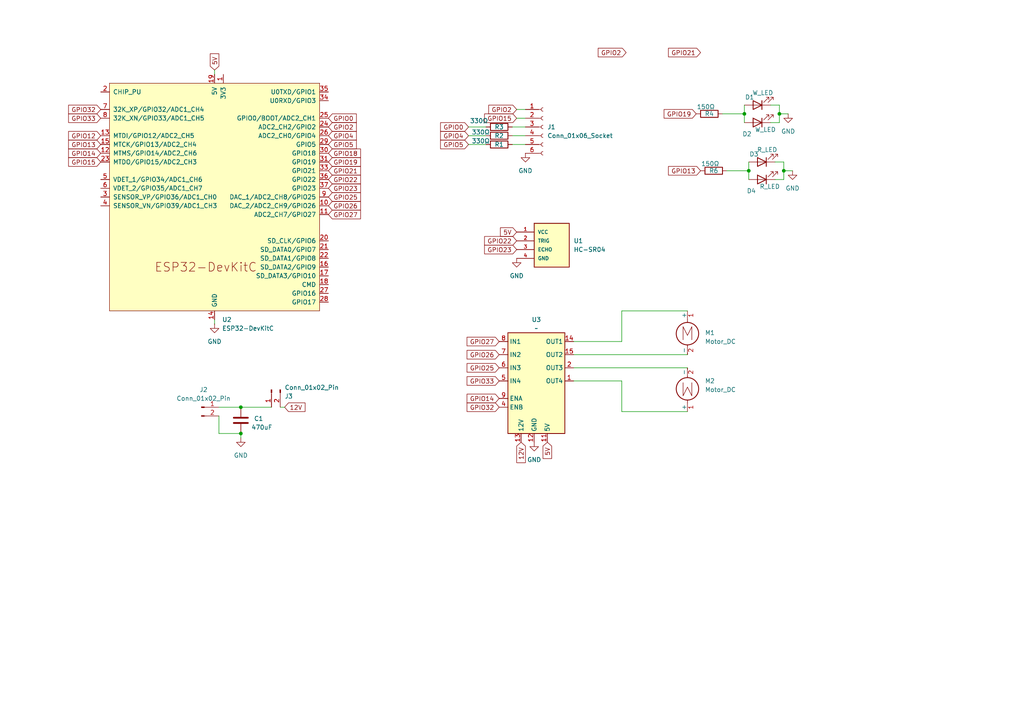
<source format=kicad_sch>
(kicad_sch
	(version 20250114)
	(generator "eeschema")
	(generator_version "9.0")
	(uuid "52ee0c31-0e34-4b82-a75c-ed87bf96f2c3")
	(paper "A4")
	(lib_symbols
		(symbol "Components:Driver_Motor_L298N"
			(exclude_from_sim no)
			(in_bom yes)
			(on_board yes)
			(property "Reference" "U"
				(at 0 0 0)
				(effects
					(font
						(size 1.27 1.27)
					)
				)
			)
			(property "Value" ""
				(at 0 0 0)
				(effects
					(font
						(size 1.27 1.27)
					)
				)
			)
			(property "Footprint" "components:Driver_Motor_L298N"
				(at 0 0 0)
				(effects
					(font
						(size 1.27 1.27)
					)
					(hide yes)
				)
			)
			(property "Datasheet" ""
				(at 0 0 0)
				(effects
					(font
						(size 1.27 1.27)
					)
					(hide yes)
				)
			)
			(property "Description" ""
				(at 0 0 0)
				(effects
					(font
						(size 1.27 1.27)
					)
					(hide yes)
				)
			)
			(symbol "Driver_Motor_L298N_1_1"
				(rectangle
					(start -7.62 15.24)
					(end 8.89 -13.97)
					(stroke
						(width 0.254)
						(type default)
						(color 132 0 0 1)
					)
					(fill
						(type color)
						(color 255 255 194 1)
					)
				)
				(pin input line
					(at -10.16 12.7 0)
					(length 2.54)
					(name "IN1"
						(effects
							(font
								(size 1.27 1.27)
							)
						)
					)
					(number "8"
						(effects
							(font
								(size 1.27 1.27)
							)
						)
					)
				)
				(pin input line
					(at -10.16 8.89 0)
					(length 2.54)
					(name "IN2"
						(effects
							(font
								(size 1.27 1.27)
							)
						)
					)
					(number "7"
						(effects
							(font
								(size 1.27 1.27)
							)
						)
					)
				)
				(pin input line
					(at -10.16 5.08 0)
					(length 2.54)
					(name "IN3"
						(effects
							(font
								(size 1.27 1.27)
							)
						)
					)
					(number "6"
						(effects
							(font
								(size 1.27 1.27)
							)
						)
					)
				)
				(pin input line
					(at -10.16 1.27 0)
					(length 2.54)
					(name "IN4"
						(effects
							(font
								(size 1.27 1.27)
							)
						)
					)
					(number "5"
						(effects
							(font
								(size 1.27 1.27)
							)
						)
					)
				)
				(pin input line
					(at -10.16 -3.81 0)
					(length 2.54)
					(name "ENA"
						(effects
							(font
								(size 1.27 1.27)
							)
						)
					)
					(number "9"
						(effects
							(font
								(size 1.27 1.27)
							)
						)
					)
				)
				(pin input line
					(at -10.16 -6.35 0)
					(length 2.54)
					(name "ENB"
						(effects
							(font
								(size 1.27 1.27)
							)
						)
					)
					(number "4"
						(effects
							(font
								(size 1.27 1.27)
							)
						)
					)
				)
				(pin input line
					(at -3.81 -16.51 90)
					(length 2.54)
					(name "12V"
						(effects
							(font
								(size 1.27 1.27)
							)
						)
					)
					(number "13"
						(effects
							(font
								(size 1.27 1.27)
							)
						)
					)
				)
				(pin bidirectional line
					(at 0 -16.51 90)
					(length 2.54)
					(name "GND"
						(effects
							(font
								(size 1.27 1.27)
							)
						)
					)
					(number "12"
						(effects
							(font
								(size 1.27 1.27)
							)
						)
					)
				)
				(pin output line
					(at 3.81 -16.51 90)
					(length 2.54)
					(name "5V"
						(effects
							(font
								(size 1.27 1.27)
							)
						)
					)
					(number "11"
						(effects
							(font
								(size 1.27 1.27)
							)
						)
					)
				)
				(pin output line
					(at 11.43 12.7 180)
					(length 2.54)
					(name "OUT1"
						(effects
							(font
								(size 1.27 1.27)
							)
						)
					)
					(number "14"
						(effects
							(font
								(size 1.27 1.27)
							)
						)
					)
				)
				(pin output line
					(at 11.43 8.89 180)
					(length 2.54)
					(name "OUT2"
						(effects
							(font
								(size 1.27 1.27)
							)
						)
					)
					(number "15"
						(effects
							(font
								(size 1.27 1.27)
							)
						)
					)
				)
				(pin output line
					(at 11.43 5.08 180)
					(length 2.54)
					(name "OUT3"
						(effects
							(font
								(size 1.27 1.27)
							)
						)
					)
					(number "2"
						(effects
							(font
								(size 1.27 1.27)
							)
						)
					)
				)
				(pin output line
					(at 11.43 1.27 180)
					(length 2.54)
					(name "OUT4"
						(effects
							(font
								(size 1.27 1.27)
							)
						)
					)
					(number "1"
						(effects
							(font
								(size 1.27 1.27)
							)
						)
					)
				)
			)
			(embedded_fonts no)
		)
		(symbol "Connector:Conn_01x02_Pin"
			(pin_names
				(offset 1.016)
				(hide yes)
			)
			(exclude_from_sim no)
			(in_bom yes)
			(on_board yes)
			(property "Reference" "J"
				(at 0 2.54 0)
				(effects
					(font
						(size 1.27 1.27)
					)
				)
			)
			(property "Value" "Conn_01x02_Pin"
				(at 0 -5.08 0)
				(effects
					(font
						(size 1.27 1.27)
					)
				)
			)
			(property "Footprint" ""
				(at 0 0 0)
				(effects
					(font
						(size 1.27 1.27)
					)
					(hide yes)
				)
			)
			(property "Datasheet" "~"
				(at 0 0 0)
				(effects
					(font
						(size 1.27 1.27)
					)
					(hide yes)
				)
			)
			(property "Description" "Generic connector, single row, 01x02, script generated"
				(at 0 0 0)
				(effects
					(font
						(size 1.27 1.27)
					)
					(hide yes)
				)
			)
			(property "ki_locked" ""
				(at 0 0 0)
				(effects
					(font
						(size 1.27 1.27)
					)
				)
			)
			(property "ki_keywords" "connector"
				(at 0 0 0)
				(effects
					(font
						(size 1.27 1.27)
					)
					(hide yes)
				)
			)
			(property "ki_fp_filters" "Connector*:*_1x??_*"
				(at 0 0 0)
				(effects
					(font
						(size 1.27 1.27)
					)
					(hide yes)
				)
			)
			(symbol "Conn_01x02_Pin_1_1"
				(rectangle
					(start 0.8636 0.127)
					(end 0 -0.127)
					(stroke
						(width 0.1524)
						(type default)
					)
					(fill
						(type outline)
					)
				)
				(rectangle
					(start 0.8636 -2.413)
					(end 0 -2.667)
					(stroke
						(width 0.1524)
						(type default)
					)
					(fill
						(type outline)
					)
				)
				(polyline
					(pts
						(xy 1.27 0) (xy 0.8636 0)
					)
					(stroke
						(width 0.1524)
						(type default)
					)
					(fill
						(type none)
					)
				)
				(polyline
					(pts
						(xy 1.27 -2.54) (xy 0.8636 -2.54)
					)
					(stroke
						(width 0.1524)
						(type default)
					)
					(fill
						(type none)
					)
				)
				(pin passive line
					(at 5.08 0 180)
					(length 3.81)
					(name "Pin_1"
						(effects
							(font
								(size 1.27 1.27)
							)
						)
					)
					(number "1"
						(effects
							(font
								(size 1.27 1.27)
							)
						)
					)
				)
				(pin passive line
					(at 5.08 -2.54 180)
					(length 3.81)
					(name "Pin_2"
						(effects
							(font
								(size 1.27 1.27)
							)
						)
					)
					(number "2"
						(effects
							(font
								(size 1.27 1.27)
							)
						)
					)
				)
			)
			(embedded_fonts no)
		)
		(symbol "Connector:Conn_01x06_Socket"
			(pin_names
				(offset 1.016)
				(hide yes)
			)
			(exclude_from_sim no)
			(in_bom yes)
			(on_board yes)
			(property "Reference" "J"
				(at 0 7.62 0)
				(effects
					(font
						(size 1.27 1.27)
					)
				)
			)
			(property "Value" "Conn_01x06_Socket"
				(at 0 -10.16 0)
				(effects
					(font
						(size 1.27 1.27)
					)
				)
			)
			(property "Footprint" ""
				(at 0 0 0)
				(effects
					(font
						(size 1.27 1.27)
					)
					(hide yes)
				)
			)
			(property "Datasheet" "~"
				(at 0 0 0)
				(effects
					(font
						(size 1.27 1.27)
					)
					(hide yes)
				)
			)
			(property "Description" "Generic connector, single row, 01x06, script generated"
				(at 0 0 0)
				(effects
					(font
						(size 1.27 1.27)
					)
					(hide yes)
				)
			)
			(property "ki_locked" ""
				(at 0 0 0)
				(effects
					(font
						(size 1.27 1.27)
					)
				)
			)
			(property "ki_keywords" "connector"
				(at 0 0 0)
				(effects
					(font
						(size 1.27 1.27)
					)
					(hide yes)
				)
			)
			(property "ki_fp_filters" "Connector*:*_1x??_*"
				(at 0 0 0)
				(effects
					(font
						(size 1.27 1.27)
					)
					(hide yes)
				)
			)
			(symbol "Conn_01x06_Socket_1_1"
				(polyline
					(pts
						(xy -1.27 5.08) (xy -0.508 5.08)
					)
					(stroke
						(width 0.1524)
						(type default)
					)
					(fill
						(type none)
					)
				)
				(polyline
					(pts
						(xy -1.27 2.54) (xy -0.508 2.54)
					)
					(stroke
						(width 0.1524)
						(type default)
					)
					(fill
						(type none)
					)
				)
				(polyline
					(pts
						(xy -1.27 0) (xy -0.508 0)
					)
					(stroke
						(width 0.1524)
						(type default)
					)
					(fill
						(type none)
					)
				)
				(polyline
					(pts
						(xy -1.27 -2.54) (xy -0.508 -2.54)
					)
					(stroke
						(width 0.1524)
						(type default)
					)
					(fill
						(type none)
					)
				)
				(polyline
					(pts
						(xy -1.27 -5.08) (xy -0.508 -5.08)
					)
					(stroke
						(width 0.1524)
						(type default)
					)
					(fill
						(type none)
					)
				)
				(polyline
					(pts
						(xy -1.27 -7.62) (xy -0.508 -7.62)
					)
					(stroke
						(width 0.1524)
						(type default)
					)
					(fill
						(type none)
					)
				)
				(arc
					(start 0 4.572)
					(mid -0.5058 5.08)
					(end 0 5.588)
					(stroke
						(width 0.1524)
						(type default)
					)
					(fill
						(type none)
					)
				)
				(arc
					(start 0 2.032)
					(mid -0.5058 2.54)
					(end 0 3.048)
					(stroke
						(width 0.1524)
						(type default)
					)
					(fill
						(type none)
					)
				)
				(arc
					(start 0 -0.508)
					(mid -0.5058 0)
					(end 0 0.508)
					(stroke
						(width 0.1524)
						(type default)
					)
					(fill
						(type none)
					)
				)
				(arc
					(start 0 -3.048)
					(mid -0.5058 -2.54)
					(end 0 -2.032)
					(stroke
						(width 0.1524)
						(type default)
					)
					(fill
						(type none)
					)
				)
				(arc
					(start 0 -5.588)
					(mid -0.5058 -5.08)
					(end 0 -4.572)
					(stroke
						(width 0.1524)
						(type default)
					)
					(fill
						(type none)
					)
				)
				(arc
					(start 0 -8.128)
					(mid -0.5058 -7.62)
					(end 0 -7.112)
					(stroke
						(width 0.1524)
						(type default)
					)
					(fill
						(type none)
					)
				)
				(pin passive line
					(at -5.08 5.08 0)
					(length 3.81)
					(name "Pin_1"
						(effects
							(font
								(size 1.27 1.27)
							)
						)
					)
					(number "1"
						(effects
							(font
								(size 1.27 1.27)
							)
						)
					)
				)
				(pin passive line
					(at -5.08 2.54 0)
					(length 3.81)
					(name "Pin_2"
						(effects
							(font
								(size 1.27 1.27)
							)
						)
					)
					(number "2"
						(effects
							(font
								(size 1.27 1.27)
							)
						)
					)
				)
				(pin passive line
					(at -5.08 0 0)
					(length 3.81)
					(name "Pin_3"
						(effects
							(font
								(size 1.27 1.27)
							)
						)
					)
					(number "3"
						(effects
							(font
								(size 1.27 1.27)
							)
						)
					)
				)
				(pin passive line
					(at -5.08 -2.54 0)
					(length 3.81)
					(name "Pin_4"
						(effects
							(font
								(size 1.27 1.27)
							)
						)
					)
					(number "4"
						(effects
							(font
								(size 1.27 1.27)
							)
						)
					)
				)
				(pin passive line
					(at -5.08 -5.08 0)
					(length 3.81)
					(name "Pin_5"
						(effects
							(font
								(size 1.27 1.27)
							)
						)
					)
					(number "5"
						(effects
							(font
								(size 1.27 1.27)
							)
						)
					)
				)
				(pin passive line
					(at -5.08 -7.62 0)
					(length 3.81)
					(name "Pin_6"
						(effects
							(font
								(size 1.27 1.27)
							)
						)
					)
					(number "6"
						(effects
							(font
								(size 1.27 1.27)
							)
						)
					)
				)
			)
			(embedded_fonts no)
		)
		(symbol "Device:C"
			(pin_numbers
				(hide yes)
			)
			(pin_names
				(offset 0.254)
			)
			(exclude_from_sim no)
			(in_bom yes)
			(on_board yes)
			(property "Reference" "C"
				(at 0.635 2.54 0)
				(effects
					(font
						(size 1.27 1.27)
					)
					(justify left)
				)
			)
			(property "Value" "C"
				(at 0.635 -2.54 0)
				(effects
					(font
						(size 1.27 1.27)
					)
					(justify left)
				)
			)
			(property "Footprint" ""
				(at 0.9652 -3.81 0)
				(effects
					(font
						(size 1.27 1.27)
					)
					(hide yes)
				)
			)
			(property "Datasheet" "~"
				(at 0 0 0)
				(effects
					(font
						(size 1.27 1.27)
					)
					(hide yes)
				)
			)
			(property "Description" "Unpolarized capacitor"
				(at 0 0 0)
				(effects
					(font
						(size 1.27 1.27)
					)
					(hide yes)
				)
			)
			(property "ki_keywords" "cap capacitor"
				(at 0 0 0)
				(effects
					(font
						(size 1.27 1.27)
					)
					(hide yes)
				)
			)
			(property "ki_fp_filters" "C_*"
				(at 0 0 0)
				(effects
					(font
						(size 1.27 1.27)
					)
					(hide yes)
				)
			)
			(symbol "C_0_1"
				(polyline
					(pts
						(xy -2.032 0.762) (xy 2.032 0.762)
					)
					(stroke
						(width 0.508)
						(type default)
					)
					(fill
						(type none)
					)
				)
				(polyline
					(pts
						(xy -2.032 -0.762) (xy 2.032 -0.762)
					)
					(stroke
						(width 0.508)
						(type default)
					)
					(fill
						(type none)
					)
				)
			)
			(symbol "C_1_1"
				(pin passive line
					(at 0 3.81 270)
					(length 2.794)
					(name "~"
						(effects
							(font
								(size 1.27 1.27)
							)
						)
					)
					(number "1"
						(effects
							(font
								(size 1.27 1.27)
							)
						)
					)
				)
				(pin passive line
					(at 0 -3.81 90)
					(length 2.794)
					(name "~"
						(effects
							(font
								(size 1.27 1.27)
							)
						)
					)
					(number "2"
						(effects
							(font
								(size 1.27 1.27)
							)
						)
					)
				)
			)
			(embedded_fonts no)
		)
		(symbol "Device:LED"
			(pin_numbers
				(hide yes)
			)
			(pin_names
				(offset 1.016)
				(hide yes)
			)
			(exclude_from_sim no)
			(in_bom yes)
			(on_board yes)
			(property "Reference" "D"
				(at 0 2.54 0)
				(effects
					(font
						(size 1.27 1.27)
					)
				)
			)
			(property "Value" "LED"
				(at 0 -2.54 0)
				(effects
					(font
						(size 1.27 1.27)
					)
				)
			)
			(property "Footprint" ""
				(at 0 0 0)
				(effects
					(font
						(size 1.27 1.27)
					)
					(hide yes)
				)
			)
			(property "Datasheet" "~"
				(at 0 0 0)
				(effects
					(font
						(size 1.27 1.27)
					)
					(hide yes)
				)
			)
			(property "Description" "Light emitting diode"
				(at 0 0 0)
				(effects
					(font
						(size 1.27 1.27)
					)
					(hide yes)
				)
			)
			(property "ki_keywords" "LED diode"
				(at 0 0 0)
				(effects
					(font
						(size 1.27 1.27)
					)
					(hide yes)
				)
			)
			(property "ki_fp_filters" "LED* LED_SMD:* LED_THT:*"
				(at 0 0 0)
				(effects
					(font
						(size 1.27 1.27)
					)
					(hide yes)
				)
			)
			(symbol "LED_0_1"
				(polyline
					(pts
						(xy -3.048 -0.762) (xy -4.572 -2.286) (xy -3.81 -2.286) (xy -4.572 -2.286) (xy -4.572 -1.524)
					)
					(stroke
						(width 0)
						(type default)
					)
					(fill
						(type none)
					)
				)
				(polyline
					(pts
						(xy -1.778 -0.762) (xy -3.302 -2.286) (xy -2.54 -2.286) (xy -3.302 -2.286) (xy -3.302 -1.524)
					)
					(stroke
						(width 0)
						(type default)
					)
					(fill
						(type none)
					)
				)
				(polyline
					(pts
						(xy -1.27 0) (xy 1.27 0)
					)
					(stroke
						(width 0)
						(type default)
					)
					(fill
						(type none)
					)
				)
				(polyline
					(pts
						(xy -1.27 -1.27) (xy -1.27 1.27)
					)
					(stroke
						(width 0.254)
						(type default)
					)
					(fill
						(type none)
					)
				)
				(polyline
					(pts
						(xy 1.27 -1.27) (xy 1.27 1.27) (xy -1.27 0) (xy 1.27 -1.27)
					)
					(stroke
						(width 0.254)
						(type default)
					)
					(fill
						(type none)
					)
				)
			)
			(symbol "LED_1_1"
				(pin passive line
					(at -3.81 0 0)
					(length 2.54)
					(name "K"
						(effects
							(font
								(size 1.27 1.27)
							)
						)
					)
					(number "1"
						(effects
							(font
								(size 1.27 1.27)
							)
						)
					)
				)
				(pin passive line
					(at 3.81 0 180)
					(length 2.54)
					(name "A"
						(effects
							(font
								(size 1.27 1.27)
							)
						)
					)
					(number "2"
						(effects
							(font
								(size 1.27 1.27)
							)
						)
					)
				)
			)
			(embedded_fonts no)
		)
		(symbol "Device:R"
			(pin_numbers
				(hide yes)
			)
			(pin_names
				(offset 0)
			)
			(exclude_from_sim no)
			(in_bom yes)
			(on_board yes)
			(property "Reference" "R"
				(at 2.032 0 90)
				(effects
					(font
						(size 1.27 1.27)
					)
				)
			)
			(property "Value" "R"
				(at 0 0 90)
				(effects
					(font
						(size 1.27 1.27)
					)
				)
			)
			(property "Footprint" ""
				(at -1.778 0 90)
				(effects
					(font
						(size 1.27 1.27)
					)
					(hide yes)
				)
			)
			(property "Datasheet" "~"
				(at 0 0 0)
				(effects
					(font
						(size 1.27 1.27)
					)
					(hide yes)
				)
			)
			(property "Description" "Resistor"
				(at 0 0 0)
				(effects
					(font
						(size 1.27 1.27)
					)
					(hide yes)
				)
			)
			(property "ki_keywords" "R res resistor"
				(at 0 0 0)
				(effects
					(font
						(size 1.27 1.27)
					)
					(hide yes)
				)
			)
			(property "ki_fp_filters" "R_*"
				(at 0 0 0)
				(effects
					(font
						(size 1.27 1.27)
					)
					(hide yes)
				)
			)
			(symbol "R_0_1"
				(rectangle
					(start -1.016 -2.54)
					(end 1.016 2.54)
					(stroke
						(width 0.254)
						(type default)
					)
					(fill
						(type none)
					)
				)
			)
			(symbol "R_1_1"
				(pin passive line
					(at 0 3.81 270)
					(length 1.27)
					(name "~"
						(effects
							(font
								(size 1.27 1.27)
							)
						)
					)
					(number "1"
						(effects
							(font
								(size 1.27 1.27)
							)
						)
					)
				)
				(pin passive line
					(at 0 -3.81 90)
					(length 1.27)
					(name "~"
						(effects
							(font
								(size 1.27 1.27)
							)
						)
					)
					(number "2"
						(effects
							(font
								(size 1.27 1.27)
							)
						)
					)
				)
			)
			(embedded_fonts no)
		)
		(symbol "HC-SR04:HC-SR04"
			(pin_names
				(offset 1.016)
			)
			(exclude_from_sim no)
			(in_bom yes)
			(on_board yes)
			(property "Reference" "U"
				(at 0 5.0813 0)
				(effects
					(font
						(size 1.27 1.27)
					)
					(justify left bottom)
				)
			)
			(property "Value" "HC-SR04"
				(at 0 -10.163 0)
				(effects
					(font
						(size 1.27 1.27)
					)
					(justify left bottom)
				)
			)
			(property "Footprint" "HC-SR04:XCVR_HC-SR04"
				(at 0 0 0)
				(effects
					(font
						(size 1.27 1.27)
					)
					(justify bottom)
					(hide yes)
				)
			)
			(property "Datasheet" ""
				(at 0 0 0)
				(effects
					(font
						(size 1.27 1.27)
					)
					(hide yes)
				)
			)
			(property "Description" ""
				(at 0 0 0)
				(effects
					(font
						(size 1.27 1.27)
					)
					(hide yes)
				)
			)
			(property "MF" "SparkFun Electronics"
				(at 0 0 0)
				(effects
					(font
						(size 1.27 1.27)
					)
					(justify bottom)
					(hide yes)
				)
			)
			(property "Description_1" "\n                        \n                            HC-SR04 Ultrasonic Sensor Qwiic Platform Evaluation Expansion Board\n                        \n"
				(at 0 0 0)
				(effects
					(font
						(size 1.27 1.27)
					)
					(justify bottom)
					(hide yes)
				)
			)
			(property "Package" "None"
				(at 0 0 0)
				(effects
					(font
						(size 1.27 1.27)
					)
					(justify bottom)
					(hide yes)
				)
			)
			(property "Price" "None"
				(at 0 0 0)
				(effects
					(font
						(size 1.27 1.27)
					)
					(justify bottom)
					(hide yes)
				)
			)
			(property "Check_prices" "https://www.snapeda.com/parts/HC-SR04/SparkFun/view-part/?ref=eda"
				(at 0 0 0)
				(effects
					(font
						(size 1.27 1.27)
					)
					(justify bottom)
					(hide yes)
				)
			)
			(property "SnapEDA_Link" "https://www.snapeda.com/parts/HC-SR04/SparkFun/view-part/?ref=snap"
				(at 0 0 0)
				(effects
					(font
						(size 1.27 1.27)
					)
					(justify bottom)
					(hide yes)
				)
			)
			(property "MP" "HC-SR04"
				(at 0 0 0)
				(effects
					(font
						(size 1.27 1.27)
					)
					(justify bottom)
					(hide yes)
				)
			)
			(property "Availability" "Not in stock"
				(at 0 0 0)
				(effects
					(font
						(size 1.27 1.27)
					)
					(justify bottom)
					(hide yes)
				)
			)
			(property "MANUFACTURER" "Osepp"
				(at 0 0 0)
				(effects
					(font
						(size 1.27 1.27)
					)
					(justify bottom)
					(hide yes)
				)
			)
			(symbol "HC-SR04_0_0"
				(rectangle
					(start 0 -7.62)
					(end 10.16 5.08)
					(stroke
						(width 0.254)
						(type default)
					)
					(fill
						(type background)
					)
				)
				(pin power_in line
					(at -5.08 2.54 0)
					(length 5.08)
					(name "VCC"
						(effects
							(font
								(size 1.016 1.016)
							)
						)
					)
					(number "1"
						(effects
							(font
								(size 1.016 1.016)
							)
						)
					)
				)
				(pin bidirectional line
					(at -5.08 0 0)
					(length 5.08)
					(name "TRIG"
						(effects
							(font
								(size 1.016 1.016)
							)
						)
					)
					(number "2"
						(effects
							(font
								(size 1.016 1.016)
							)
						)
					)
				)
				(pin bidirectional line
					(at -5.08 -2.54 0)
					(length 5.08)
					(name "ECHO"
						(effects
							(font
								(size 1.016 1.016)
							)
						)
					)
					(number "3"
						(effects
							(font
								(size 1.016 1.016)
							)
						)
					)
				)
				(pin power_in line
					(at -5.08 -5.08 0)
					(length 5.08)
					(name "GND"
						(effects
							(font
								(size 1.016 1.016)
							)
						)
					)
					(number "4"
						(effects
							(font
								(size 1.016 1.016)
							)
						)
					)
				)
			)
			(embedded_fonts no)
		)
		(symbol "Motor:Motor_DC"
			(pin_names
				(offset 0)
			)
			(exclude_from_sim no)
			(in_bom yes)
			(on_board yes)
			(property "Reference" "M"
				(at 2.54 2.54 0)
				(effects
					(font
						(size 1.27 1.27)
					)
					(justify left)
				)
			)
			(property "Value" "Motor_DC"
				(at 2.54 -5.08 0)
				(effects
					(font
						(size 1.27 1.27)
					)
					(justify left top)
				)
			)
			(property "Footprint" ""
				(at 0 -2.286 0)
				(effects
					(font
						(size 1.27 1.27)
					)
					(hide yes)
				)
			)
			(property "Datasheet" "~"
				(at 0 -2.286 0)
				(effects
					(font
						(size 1.27 1.27)
					)
					(hide yes)
				)
			)
			(property "Description" "DC Motor"
				(at 0 0 0)
				(effects
					(font
						(size 1.27 1.27)
					)
					(hide yes)
				)
			)
			(property "ki_keywords" "DC Motor"
				(at 0 0 0)
				(effects
					(font
						(size 1.27 1.27)
					)
					(hide yes)
				)
			)
			(property "ki_fp_filters" "PinHeader*P2.54mm* TerminalBlock*"
				(at 0 0 0)
				(effects
					(font
						(size 1.27 1.27)
					)
					(hide yes)
				)
			)
			(symbol "Motor_DC_0_0"
				(polyline
					(pts
						(xy -1.27 -3.302) (xy -1.27 0.508) (xy 0 -2.032) (xy 1.27 0.508) (xy 1.27 -3.302)
					)
					(stroke
						(width 0)
						(type default)
					)
					(fill
						(type none)
					)
				)
			)
			(symbol "Motor_DC_0_1"
				(polyline
					(pts
						(xy 0 2.032) (xy 0 2.54)
					)
					(stroke
						(width 0)
						(type default)
					)
					(fill
						(type none)
					)
				)
				(polyline
					(pts
						(xy 0 1.7272) (xy 0 2.0828)
					)
					(stroke
						(width 0)
						(type default)
					)
					(fill
						(type none)
					)
				)
				(circle
					(center 0 -1.524)
					(radius 3.2512)
					(stroke
						(width 0.254)
						(type default)
					)
					(fill
						(type none)
					)
				)
				(polyline
					(pts
						(xy 0 -4.7752) (xy 0 -5.1816)
					)
					(stroke
						(width 0)
						(type default)
					)
					(fill
						(type none)
					)
				)
				(polyline
					(pts
						(xy 0 -7.62) (xy 0 -7.112)
					)
					(stroke
						(width 0)
						(type default)
					)
					(fill
						(type none)
					)
				)
			)
			(symbol "Motor_DC_1_1"
				(pin passive line
					(at 0 5.08 270)
					(length 2.54)
					(name "+"
						(effects
							(font
								(size 1.27 1.27)
							)
						)
					)
					(number "1"
						(effects
							(font
								(size 1.27 1.27)
							)
						)
					)
				)
				(pin passive line
					(at 0 -7.62 90)
					(length 2.54)
					(name "-"
						(effects
							(font
								(size 1.27 1.27)
							)
						)
					)
					(number "2"
						(effects
							(font
								(size 1.27 1.27)
							)
						)
					)
				)
			)
			(embedded_fonts no)
		)
		(symbol "PCM_Espressif:ESP32-DevKitC"
			(pin_names
				(offset 1.016)
			)
			(exclude_from_sim no)
			(in_bom yes)
			(on_board yes)
			(property "Reference" "U"
				(at -30.48 38.1 0)
				(effects
					(font
						(size 1.27 1.27)
					)
					(justify left)
				)
			)
			(property "Value" "ESP32-DevKitC"
				(at -30.48 35.56 0)
				(effects
					(font
						(size 1.27 1.27)
					)
					(justify left)
				)
			)
			(property "Footprint" "PCM_Espressif:ESP32-DevKitC"
				(at 0 -43.18 0)
				(effects
					(font
						(size 1.27 1.27)
					)
					(hide yes)
				)
			)
			(property "Datasheet" "https://docs.espressif.com/projects/esp-idf/zh_CN/latest/esp32/hw-reference/esp32/get-started-devkitc.html"
				(at 0 -45.72 0)
				(effects
					(font
						(size 1.27 1.27)
					)
					(hide yes)
				)
			)
			(property "Description" "Development Kit"
				(at 0 0 0)
				(effects
					(font
						(size 1.27 1.27)
					)
					(hide yes)
				)
			)
			(property "ki_keywords" "ESP32"
				(at 0 0 0)
				(effects
					(font
						(size 1.27 1.27)
					)
					(hide yes)
				)
			)
			(symbol "ESP32-DevKitC_0_0"
				(text "ESP32-DevKitC"
					(at -2.54 -20.32 0)
					(effects
						(font
							(size 2.54 2.54)
						)
					)
				)
				(pin power_in line
					(at 0 35.56 270)
					(length 2.54)
					(name "5V"
						(effects
							(font
								(size 1.27 1.27)
							)
						)
					)
					(number "19"
						(effects
							(font
								(size 1.27 1.27)
							)
						)
					)
				)
				(pin power_in line
					(at 0 -35.56 90)
					(length 2.54)
					(name "GND"
						(effects
							(font
								(size 1.27 1.27)
							)
						)
					)
					(number "14"
						(effects
							(font
								(size 1.27 1.27)
							)
						)
					)
				)
			)
			(symbol "ESP32-DevKitC_0_1"
				(rectangle
					(start -30.48 33.02)
					(end 30.48 -33.02)
					(stroke
						(width 0)
						(type default)
					)
					(fill
						(type background)
					)
				)
			)
			(symbol "ESP32-DevKitC_1_1"
				(pin input line
					(at -33.02 30.48 0)
					(length 2.54)
					(name "CHIP_PU"
						(effects
							(font
								(size 1.27 1.27)
							)
						)
					)
					(number "2"
						(effects
							(font
								(size 1.27 1.27)
							)
						)
					)
				)
				(pin bidirectional line
					(at -33.02 25.4 0)
					(length 2.54)
					(name "32K_XP/GPIO32/ADC1_CH4"
						(effects
							(font
								(size 1.27 1.27)
							)
						)
					)
					(number "7"
						(effects
							(font
								(size 1.27 1.27)
							)
						)
					)
				)
				(pin bidirectional line
					(at -33.02 22.86 0)
					(length 2.54)
					(name "32K_XN/GPIO33/ADC1_CH5"
						(effects
							(font
								(size 1.27 1.27)
							)
						)
					)
					(number "8"
						(effects
							(font
								(size 1.27 1.27)
							)
						)
					)
				)
				(pin bidirectional line
					(at -33.02 17.78 0)
					(length 2.54)
					(name "MTDI/GPIO12/ADC2_CH5"
						(effects
							(font
								(size 1.27 1.27)
							)
						)
					)
					(number "13"
						(effects
							(font
								(size 1.27 1.27)
							)
						)
					)
				)
				(pin bidirectional line
					(at -33.02 15.24 0)
					(length 2.54)
					(name "MTCK/GPIO13/ADC2_CH4"
						(effects
							(font
								(size 1.27 1.27)
							)
						)
					)
					(number "15"
						(effects
							(font
								(size 1.27 1.27)
							)
						)
					)
				)
				(pin bidirectional line
					(at -33.02 12.7 0)
					(length 2.54)
					(name "MTMS/GPIO14/ADC2_CH6"
						(effects
							(font
								(size 1.27 1.27)
							)
						)
					)
					(number "12"
						(effects
							(font
								(size 1.27 1.27)
							)
						)
					)
				)
				(pin bidirectional line
					(at -33.02 10.16 0)
					(length 2.54)
					(name "MTDO/GPIO15/ADC2_CH3"
						(effects
							(font
								(size 1.27 1.27)
							)
						)
					)
					(number "23"
						(effects
							(font
								(size 1.27 1.27)
							)
						)
					)
				)
				(pin input line
					(at -33.02 5.08 0)
					(length 2.54)
					(name "VDET_1/GPIO34/ADC1_CH6"
						(effects
							(font
								(size 1.27 1.27)
							)
						)
					)
					(number "5"
						(effects
							(font
								(size 1.27 1.27)
							)
						)
					)
				)
				(pin input line
					(at -33.02 2.54 0)
					(length 2.54)
					(name "VDET_2/GPIO35/ADC1_CH7"
						(effects
							(font
								(size 1.27 1.27)
							)
						)
					)
					(number "6"
						(effects
							(font
								(size 1.27 1.27)
							)
						)
					)
				)
				(pin input line
					(at -33.02 0 0)
					(length 2.54)
					(name "SENSOR_VP/GPIO36/ADC1_CH0"
						(effects
							(font
								(size 1.27 1.27)
							)
						)
					)
					(number "3"
						(effects
							(font
								(size 1.27 1.27)
							)
						)
					)
				)
				(pin input line
					(at -33.02 -2.54 0)
					(length 2.54)
					(name "SENSOR_VN/GPIO39/ADC1_CH3"
						(effects
							(font
								(size 1.27 1.27)
							)
						)
					)
					(number "4"
						(effects
							(font
								(size 1.27 1.27)
							)
						)
					)
				)
				(pin power_in line
					(at 0 -35.56 90)
					(length 2.54)
					(hide yes)
					(name "GND"
						(effects
							(font
								(size 1.27 1.27)
							)
						)
					)
					(number "32"
						(effects
							(font
								(size 1.27 1.27)
							)
						)
					)
				)
				(pin power_in line
					(at 0 -35.56 90)
					(length 2.54)
					(hide yes)
					(name "GND"
						(effects
							(font
								(size 1.27 1.27)
							)
						)
					)
					(number "38"
						(effects
							(font
								(size 1.27 1.27)
							)
						)
					)
				)
				(pin power_in line
					(at 2.54 35.56 270)
					(length 2.54)
					(name "3V3"
						(effects
							(font
								(size 1.27 1.27)
							)
						)
					)
					(number "1"
						(effects
							(font
								(size 1.27 1.27)
							)
						)
					)
				)
				(pin bidirectional line
					(at 33.02 30.48 180)
					(length 2.54)
					(name "U0TXD/GPIO1"
						(effects
							(font
								(size 1.27 1.27)
							)
						)
					)
					(number "35"
						(effects
							(font
								(size 1.27 1.27)
							)
						)
					)
				)
				(pin bidirectional line
					(at 33.02 27.94 180)
					(length 2.54)
					(name "U0RXD/GPIO3"
						(effects
							(font
								(size 1.27 1.27)
							)
						)
					)
					(number "34"
						(effects
							(font
								(size 1.27 1.27)
							)
						)
					)
				)
				(pin bidirectional line
					(at 33.02 22.86 180)
					(length 2.54)
					(name "GPIO0/BOOT/ADC2_CH1"
						(effects
							(font
								(size 1.27 1.27)
							)
						)
					)
					(number "25"
						(effects
							(font
								(size 1.27 1.27)
							)
						)
					)
				)
				(pin bidirectional line
					(at 33.02 20.32 180)
					(length 2.54)
					(name "ADC2_CH2/GPIO2"
						(effects
							(font
								(size 1.27 1.27)
							)
						)
					)
					(number "24"
						(effects
							(font
								(size 1.27 1.27)
							)
						)
					)
				)
				(pin bidirectional line
					(at 33.02 17.78 180)
					(length 2.54)
					(name "ADC2_CH0/GPIO4"
						(effects
							(font
								(size 1.27 1.27)
							)
						)
					)
					(number "26"
						(effects
							(font
								(size 1.27 1.27)
							)
						)
					)
				)
				(pin bidirectional line
					(at 33.02 15.24 180)
					(length 2.54)
					(name "GPIO5"
						(effects
							(font
								(size 1.27 1.27)
							)
						)
					)
					(number "29"
						(effects
							(font
								(size 1.27 1.27)
							)
						)
					)
				)
				(pin bidirectional line
					(at 33.02 12.7 180)
					(length 2.54)
					(name "GPIO18"
						(effects
							(font
								(size 1.27 1.27)
							)
						)
					)
					(number "30"
						(effects
							(font
								(size 1.27 1.27)
							)
						)
					)
				)
				(pin bidirectional line
					(at 33.02 10.16 180)
					(length 2.54)
					(name "GPIO19"
						(effects
							(font
								(size 1.27 1.27)
							)
						)
					)
					(number "31"
						(effects
							(font
								(size 1.27 1.27)
							)
						)
					)
				)
				(pin bidirectional line
					(at 33.02 7.62 180)
					(length 2.54)
					(name "GPIO21"
						(effects
							(font
								(size 1.27 1.27)
							)
						)
					)
					(number "33"
						(effects
							(font
								(size 1.27 1.27)
							)
						)
					)
				)
				(pin bidirectional line
					(at 33.02 5.08 180)
					(length 2.54)
					(name "GPIO22"
						(effects
							(font
								(size 1.27 1.27)
							)
						)
					)
					(number "36"
						(effects
							(font
								(size 1.27 1.27)
							)
						)
					)
				)
				(pin bidirectional line
					(at 33.02 2.54 180)
					(length 2.54)
					(name "GPIO23"
						(effects
							(font
								(size 1.27 1.27)
							)
						)
					)
					(number "37"
						(effects
							(font
								(size 1.27 1.27)
							)
						)
					)
				)
				(pin bidirectional line
					(at 33.02 0 180)
					(length 2.54)
					(name "DAC_1/ADC2_CH8/GPIO25"
						(effects
							(font
								(size 1.27 1.27)
							)
						)
					)
					(number "9"
						(effects
							(font
								(size 1.27 1.27)
							)
						)
					)
				)
				(pin bidirectional line
					(at 33.02 -2.54 180)
					(length 2.54)
					(name "DAC_2/ADC2_CH9/GPIO26"
						(effects
							(font
								(size 1.27 1.27)
							)
						)
					)
					(number "10"
						(effects
							(font
								(size 1.27 1.27)
							)
						)
					)
				)
				(pin bidirectional line
					(at 33.02 -5.08 180)
					(length 2.54)
					(name "ADC2_CH7/GPIO27"
						(effects
							(font
								(size 1.27 1.27)
							)
						)
					)
					(number "11"
						(effects
							(font
								(size 1.27 1.27)
							)
						)
					)
				)
				(pin passive line
					(at 33.02 -12.7 180)
					(length 2.54)
					(name "SD_CLK/GPIO6"
						(effects
							(font
								(size 1.27 1.27)
							)
						)
					)
					(number "20"
						(effects
							(font
								(size 1.27 1.27)
							)
						)
					)
				)
				(pin bidirectional line
					(at 33.02 -15.24 180)
					(length 2.54)
					(name "SD_DATA0/GPIO7"
						(effects
							(font
								(size 1.27 1.27)
							)
						)
					)
					(number "21"
						(effects
							(font
								(size 1.27 1.27)
							)
						)
					)
				)
				(pin bidirectional line
					(at 33.02 -17.78 180)
					(length 2.54)
					(name "SD_DATA1/GPIO8"
						(effects
							(font
								(size 1.27 1.27)
							)
						)
					)
					(number "22"
						(effects
							(font
								(size 1.27 1.27)
							)
						)
					)
				)
				(pin bidirectional line
					(at 33.02 -20.32 180)
					(length 2.54)
					(name "SD_DATA2/GPIO9"
						(effects
							(font
								(size 1.27 1.27)
							)
						)
					)
					(number "16"
						(effects
							(font
								(size 1.27 1.27)
							)
						)
					)
				)
				(pin bidirectional line
					(at 33.02 -22.86 180)
					(length 2.54)
					(name "SD_DATA3/GPIO10"
						(effects
							(font
								(size 1.27 1.27)
							)
						)
					)
					(number "17"
						(effects
							(font
								(size 1.27 1.27)
							)
						)
					)
				)
				(pin bidirectional line
					(at 33.02 -25.4 180)
					(length 2.54)
					(name "CMD"
						(effects
							(font
								(size 1.27 1.27)
							)
						)
					)
					(number "18"
						(effects
							(font
								(size 1.27 1.27)
							)
						)
					)
				)
				(pin bidirectional line
					(at 33.02 -27.94 180)
					(length 2.54)
					(name "GPIO16"
						(effects
							(font
								(size 1.27 1.27)
							)
						)
					)
					(number "27"
						(effects
							(font
								(size 1.27 1.27)
							)
						)
					)
				)
				(pin bidirectional line
					(at 33.02 -30.48 180)
					(length 2.54)
					(name "GPIO17"
						(effects
							(font
								(size 1.27 1.27)
							)
						)
					)
					(number "28"
						(effects
							(font
								(size 1.27 1.27)
							)
						)
					)
				)
			)
			(embedded_fonts no)
		)
		(symbol "power:GND"
			(power)
			(pin_numbers
				(hide yes)
			)
			(pin_names
				(offset 0)
				(hide yes)
			)
			(exclude_from_sim no)
			(in_bom yes)
			(on_board yes)
			(property "Reference" "#PWR"
				(at 0 -6.35 0)
				(effects
					(font
						(size 1.27 1.27)
					)
					(hide yes)
				)
			)
			(property "Value" "GND"
				(at 0 -3.81 0)
				(effects
					(font
						(size 1.27 1.27)
					)
				)
			)
			(property "Footprint" ""
				(at 0 0 0)
				(effects
					(font
						(size 1.27 1.27)
					)
					(hide yes)
				)
			)
			(property "Datasheet" ""
				(at 0 0 0)
				(effects
					(font
						(size 1.27 1.27)
					)
					(hide yes)
				)
			)
			(property "Description" "Power symbol creates a global label with name \"GND\" , ground"
				(at 0 0 0)
				(effects
					(font
						(size 1.27 1.27)
					)
					(hide yes)
				)
			)
			(property "ki_keywords" "global power"
				(at 0 0 0)
				(effects
					(font
						(size 1.27 1.27)
					)
					(hide yes)
				)
			)
			(symbol "GND_0_1"
				(polyline
					(pts
						(xy 0 0) (xy 0 -1.27) (xy 1.27 -1.27) (xy 0 -2.54) (xy -1.27 -1.27) (xy 0 -1.27)
					)
					(stroke
						(width 0)
						(type default)
					)
					(fill
						(type none)
					)
				)
			)
			(symbol "GND_1_1"
				(pin power_in line
					(at 0 0 270)
					(length 0)
					(name "~"
						(effects
							(font
								(size 1.27 1.27)
							)
						)
					)
					(number "1"
						(effects
							(font
								(size 1.27 1.27)
							)
						)
					)
				)
			)
			(embedded_fonts no)
		)
	)
	(junction
		(at 227.33 49.53)
		(diameter 0)
		(color 0 0 0 0)
		(uuid "1a4d43af-62a1-4dde-a2bf-5ac808883e31")
	)
	(junction
		(at 217.17 49.53)
		(diameter 0)
		(color 0 0 0 0)
		(uuid "344a8d9d-3d6f-4358-bbd9-8d9eccce4b2d")
	)
	(junction
		(at 226.06 33.02)
		(diameter 0)
		(color 0 0 0 0)
		(uuid "607e8d38-5963-4573-bff6-aaae048514d5")
	)
	(junction
		(at 69.85 125.73)
		(diameter 0)
		(color 0 0 0 0)
		(uuid "95812023-f397-4809-ae1f-fac4a1333cd3")
	)
	(junction
		(at 215.9 33.02)
		(diameter 0)
		(color 0 0 0 0)
		(uuid "d1991e81-29e2-4755-8132-c1c92f21c9ed")
	)
	(junction
		(at 69.85 118.11)
		(diameter 0)
		(color 0 0 0 0)
		(uuid "f0d6794f-39e5-491f-94de-695fcdf0d331")
	)
	(wire
		(pts
			(xy 180.34 90.17) (xy 199.39 90.17)
		)
		(stroke
			(width 0)
			(type default)
		)
		(uuid "0a3f4f6b-4ab3-4ae9-960b-a2f1762b7ae2")
	)
	(wire
		(pts
			(xy 63.5 125.73) (xy 63.5 120.65)
		)
		(stroke
			(width 0)
			(type default)
		)
		(uuid "0a5a7dce-20d7-4878-ad5f-46748c0b15b5")
	)
	(wire
		(pts
			(xy 180.34 99.06) (xy 180.34 90.17)
		)
		(stroke
			(width 0)
			(type default)
		)
		(uuid "0eef2161-af44-4a6d-94f6-f219433576a9")
	)
	(wire
		(pts
			(xy 148.59 36.83) (xy 152.4 36.83)
		)
		(stroke
			(width 0)
			(type default)
		)
		(uuid "12274ff6-22fb-4048-841a-6a931a10bc35")
	)
	(wire
		(pts
			(xy 166.37 99.06) (xy 180.34 99.06)
		)
		(stroke
			(width 0)
			(type default)
		)
		(uuid "35b56219-dc9e-4477-8acf-e5a1b6e1c3f9")
	)
	(wire
		(pts
			(xy 69.85 127) (xy 69.85 125.73)
		)
		(stroke
			(width 0)
			(type default)
		)
		(uuid "37af447b-aaec-4fd1-87e6-91fdeb73facd")
	)
	(wire
		(pts
			(xy 180.34 110.49) (xy 166.37 110.49)
		)
		(stroke
			(width 0)
			(type default)
		)
		(uuid "3de903cf-1aba-461b-b267-1e2a9feab0dc")
	)
	(wire
		(pts
			(xy 148.59 39.37) (xy 152.4 39.37)
		)
		(stroke
			(width 0)
			(type default)
		)
		(uuid "439933a1-7517-4844-a95b-084ee39eb5b2")
	)
	(wire
		(pts
			(xy 69.85 125.73) (xy 63.5 125.73)
		)
		(stroke
			(width 0)
			(type default)
		)
		(uuid "4a7e98b4-f7fe-43bb-8236-2368ef1eec67")
	)
	(wire
		(pts
			(xy 227.33 49.53) (xy 229.87 49.53)
		)
		(stroke
			(width 0)
			(type default)
		)
		(uuid "5ad87935-177c-49aa-809e-9bba0be9e9b5")
	)
	(wire
		(pts
			(xy 166.37 102.87) (xy 199.39 102.87)
		)
		(stroke
			(width 0)
			(type default)
		)
		(uuid "659a8d2d-924a-4231-a796-f4176c056613")
	)
	(wire
		(pts
			(xy 217.17 49.53) (xy 217.17 52.07)
		)
		(stroke
			(width 0)
			(type default)
		)
		(uuid "72ba2930-6bc9-457a-abf6-183f8e87c2d8")
	)
	(wire
		(pts
			(xy 81.28 118.11) (xy 82.55 118.11)
		)
		(stroke
			(width 0)
			(type default)
		)
		(uuid "72d4139f-35e1-4443-bae2-e1342bcfa6af")
	)
	(wire
		(pts
			(xy 217.17 46.99) (xy 217.17 49.53)
		)
		(stroke
			(width 0)
			(type default)
		)
		(uuid "7630afd7-98c7-4135-8137-2530ff74acff")
	)
	(wire
		(pts
			(xy 69.85 118.11) (xy 78.74 118.11)
		)
		(stroke
			(width 0)
			(type default)
		)
		(uuid "7ce037a3-ceea-4056-b719-cf206238a839")
	)
	(wire
		(pts
			(xy 180.34 119.38) (xy 199.39 119.38)
		)
		(stroke
			(width 0)
			(type default)
		)
		(uuid "7dcd6292-66bc-490a-862c-f4cc7d078144")
	)
	(wire
		(pts
			(xy 149.86 31.75) (xy 152.4 31.75)
		)
		(stroke
			(width 0)
			(type default)
		)
		(uuid "809302ec-3f2f-4217-80ee-1dd409aa2acb")
	)
	(wire
		(pts
			(xy 227.33 52.07) (xy 224.79 52.07)
		)
		(stroke
			(width 0)
			(type default)
		)
		(uuid "8877b28c-7aef-4ffc-8cf2-31320763df84")
	)
	(wire
		(pts
			(xy 215.9 33.02) (xy 215.9 35.56)
		)
		(stroke
			(width 0)
			(type default)
		)
		(uuid "8b400f15-86be-49ae-8e78-f86455a99a57")
	)
	(wire
		(pts
			(xy 209.55 33.02) (xy 215.9 33.02)
		)
		(stroke
			(width 0)
			(type default)
		)
		(uuid "8cf2f667-4074-447a-8ed7-3913b13a9270")
	)
	(wire
		(pts
			(xy 226.06 33.02) (xy 226.06 35.56)
		)
		(stroke
			(width 0)
			(type default)
		)
		(uuid "95d3ca5a-cc9d-4a0e-9bee-7bc1c1f43f19")
	)
	(wire
		(pts
			(xy 62.23 93.98) (xy 62.23 92.71)
		)
		(stroke
			(width 0)
			(type default)
		)
		(uuid "992e7173-4bbe-4034-a3b3-eba9a98be10c")
	)
	(wire
		(pts
			(xy 62.23 20.32) (xy 62.23 21.59)
		)
		(stroke
			(width 0)
			(type default)
		)
		(uuid "9eaa7e81-c492-4354-a8d0-f31c6cb34398")
	)
	(wire
		(pts
			(xy 226.06 30.48) (xy 226.06 33.02)
		)
		(stroke
			(width 0)
			(type default)
		)
		(uuid "9f38881b-8be4-45d0-93a7-1bbdfe26bfe9")
	)
	(wire
		(pts
			(xy 223.52 30.48) (xy 226.06 30.48)
		)
		(stroke
			(width 0)
			(type default)
		)
		(uuid "a9937cd9-8fde-4547-965f-4849ae57305c")
	)
	(wire
		(pts
			(xy 166.37 106.68) (xy 199.39 106.68)
		)
		(stroke
			(width 0)
			(type default)
		)
		(uuid "b47e8db7-f73e-48b9-a4bb-cd8d3e26650b")
	)
	(wire
		(pts
			(xy 149.86 34.29) (xy 152.4 34.29)
		)
		(stroke
			(width 0)
			(type default)
		)
		(uuid "bdf9856d-61cb-4438-888d-18892287ee62")
	)
	(wire
		(pts
			(xy 180.34 119.38) (xy 180.34 110.49)
		)
		(stroke
			(width 0)
			(type default)
		)
		(uuid "ca7173a4-ff7a-4e37-a85a-5da29b98d3c5")
	)
	(wire
		(pts
			(xy 224.79 46.99) (xy 227.33 46.99)
		)
		(stroke
			(width 0)
			(type default)
		)
		(uuid "cc0ac41b-f086-4567-a6f0-e8fd78faafdc")
	)
	(wire
		(pts
			(xy 63.5 118.11) (xy 69.85 118.11)
		)
		(stroke
			(width 0)
			(type default)
		)
		(uuid "cf1a31d3-eb86-4d39-9ab0-8d57fd7aec9a")
	)
	(wire
		(pts
			(xy 227.33 46.99) (xy 227.33 49.53)
		)
		(stroke
			(width 0)
			(type default)
		)
		(uuid "d7e37e30-fd20-46df-8827-18250ee00664")
	)
	(wire
		(pts
			(xy 135.89 36.83) (xy 140.97 36.83)
		)
		(stroke
			(width 0)
			(type default)
		)
		(uuid "d87af188-c81b-43b5-bbeb-a0be473148d8")
	)
	(wire
		(pts
			(xy 210.82 49.53) (xy 217.17 49.53)
		)
		(stroke
			(width 0)
			(type default)
		)
		(uuid "d9118791-d21f-4d67-9e6a-4e7cc40b6182")
	)
	(wire
		(pts
			(xy 215.9 30.48) (xy 215.9 33.02)
		)
		(stroke
			(width 0)
			(type default)
		)
		(uuid "dd8ad5a4-c998-416c-94af-c3c1b89abb47")
	)
	(wire
		(pts
			(xy 226.06 33.02) (xy 228.6 33.02)
		)
		(stroke
			(width 0)
			(type default)
		)
		(uuid "e0cba0a0-d4b9-480f-b816-e3a8c394cb2e")
	)
	(wire
		(pts
			(xy 226.06 35.56) (xy 223.52 35.56)
		)
		(stroke
			(width 0)
			(type default)
		)
		(uuid "e0d3e49a-3ce7-4bdb-a581-eee3691739d7")
	)
	(wire
		(pts
			(xy 148.59 41.91) (xy 152.4 41.91)
		)
		(stroke
			(width 0)
			(type default)
		)
		(uuid "e3c9f4ca-1203-42c3-a468-f1bdd22686b2")
	)
	(wire
		(pts
			(xy 135.89 41.91) (xy 140.97 41.91)
		)
		(stroke
			(width 0)
			(type default)
		)
		(uuid "e8d2a11a-bb4e-44be-ab2b-37cc6dcf7554")
	)
	(wire
		(pts
			(xy 135.89 39.37) (xy 140.97 39.37)
		)
		(stroke
			(width 0)
			(type default)
		)
		(uuid "ef771de3-ac16-4652-87a4-ea7a60e893e3")
	)
	(wire
		(pts
			(xy 227.33 49.53) (xy 227.33 52.07)
		)
		(stroke
			(width 0)
			(type default)
		)
		(uuid "fe20059e-e605-4f25-bfff-269bd4520f7e")
	)
	(global_label "GPIO0"
		(shape input)
		(at 95.25 34.29 0)
		(fields_autoplaced yes)
		(effects
			(font
				(size 1.27 1.27)
			)
			(justify left)
		)
		(uuid "01be9149-840d-42d4-8bc2-c0c19e985d26")
		(property "Intersheetrefs" "${INTERSHEET_REFS}"
			(at 103.92 34.29 0)
			(effects
				(font
					(size 1.27 1.27)
				)
				(justify left)
				(hide yes)
			)
		)
	)
	(global_label "GPIO33"
		(shape input)
		(at 144.78 110.49 180)
		(fields_autoplaced yes)
		(effects
			(font
				(size 1.27 1.27)
			)
			(justify right)
		)
		(uuid "09d11f33-8f02-4c2b-acd7-d7b1ae9ce4ed")
		(property "Intersheetrefs" "${INTERSHEET_REFS}"
			(at 134.9005 110.49 0)
			(effects
				(font
					(size 1.27 1.27)
				)
				(justify right)
				(hide yes)
			)
		)
	)
	(global_label "12V"
		(shape input)
		(at 82.55 118.11 0)
		(fields_autoplaced yes)
		(effects
			(font
				(size 1.27 1.27)
			)
			(justify left)
		)
		(uuid "0a3fdb7d-164e-4ba4-be6d-991795a696bf")
		(property "Intersheetrefs" "${INTERSHEET_REFS}"
			(at 89.0428 118.11 0)
			(effects
				(font
					(size 1.27 1.27)
				)
				(justify left)
				(hide yes)
			)
		)
	)
	(global_label "GPIO13"
		(shape input)
		(at 203.2 49.53 180)
		(fields_autoplaced yes)
		(effects
			(font
				(size 1.27 1.27)
			)
			(justify right)
		)
		(uuid "101efa00-b2ff-4ea8-86c9-1d949556e7cc")
		(property "Intersheetrefs" "${INTERSHEET_REFS}"
			(at 193.3205 49.53 0)
			(effects
				(font
					(size 1.27 1.27)
				)
				(justify right)
				(hide yes)
			)
		)
	)
	(global_label "GPIO22"
		(shape input)
		(at 149.86 69.85 180)
		(fields_autoplaced yes)
		(effects
			(font
				(size 1.27 1.27)
			)
			(justify right)
		)
		(uuid "29951eb8-9f85-41cc-958c-ca9b82094f89")
		(property "Intersheetrefs" "${INTERSHEET_REFS}"
			(at 139.9805 69.85 0)
			(effects
				(font
					(size 1.27 1.27)
				)
				(justify right)
				(hide yes)
			)
		)
	)
	(global_label "GPIO19"
		(shape input)
		(at 95.25 46.99 0)
		(fields_autoplaced yes)
		(effects
			(font
				(size 1.27 1.27)
			)
			(justify left)
		)
		(uuid "2df573a0-5131-4c65-a459-035714be23fc")
		(property "Intersheetrefs" "${INTERSHEET_REFS}"
			(at 105.1295 46.99 0)
			(effects
				(font
					(size 1.27 1.27)
				)
				(justify left)
				(hide yes)
			)
		)
	)
	(global_label "GPIO14"
		(shape input)
		(at 29.21 44.45 180)
		(fields_autoplaced yes)
		(effects
			(font
				(size 1.27 1.27)
			)
			(justify right)
		)
		(uuid "326145a4-c8e9-4f33-b139-b4d5c3eba8ba")
		(property "Intersheetrefs" "${INTERSHEET_REFS}"
			(at 19.3305 44.45 0)
			(effects
				(font
					(size 1.27 1.27)
				)
				(justify right)
				(hide yes)
			)
		)
	)
	(global_label "GPIO25"
		(shape input)
		(at 144.78 106.68 180)
		(fields_autoplaced yes)
		(effects
			(font
				(size 1.27 1.27)
			)
			(justify right)
		)
		(uuid "3418df02-a401-4639-a5ff-6ee99a074d6e")
		(property "Intersheetrefs" "${INTERSHEET_REFS}"
			(at 134.9005 106.68 0)
			(effects
				(font
					(size 1.27 1.27)
				)
				(justify right)
				(hide yes)
			)
		)
	)
	(global_label "GPIO13"
		(shape input)
		(at 29.21 41.91 180)
		(fields_autoplaced yes)
		(effects
			(font
				(size 1.27 1.27)
			)
			(justify right)
		)
		(uuid "3cd43808-102c-4aa0-a4d1-ae7dd17d2edf")
		(property "Intersheetrefs" "${INTERSHEET_REFS}"
			(at 19.3305 41.91 0)
			(effects
				(font
					(size 1.27 1.27)
				)
				(justify right)
				(hide yes)
			)
		)
	)
	(global_label "GPIO32"
		(shape input)
		(at 144.78 118.11 180)
		(fields_autoplaced yes)
		(effects
			(font
				(size 1.27 1.27)
			)
			(justify right)
		)
		(uuid "462a7c50-e83f-4154-8604-38b0d6f6944a")
		(property "Intersheetrefs" "${INTERSHEET_REFS}"
			(at 134.9005 118.11 0)
			(effects
				(font
					(size 1.27 1.27)
				)
				(justify right)
				(hide yes)
			)
		)
	)
	(global_label "GPIO21"
		(shape input)
		(at 95.25 49.53 0)
		(fields_autoplaced yes)
		(effects
			(font
				(size 1.27 1.27)
			)
			(justify left)
		)
		(uuid "528f388d-1f7e-423e-90cd-8b2366968f8e")
		(property "Intersheetrefs" "${INTERSHEET_REFS}"
			(at 105.1295 49.53 0)
			(effects
				(font
					(size 1.27 1.27)
				)
				(justify left)
				(hide yes)
			)
		)
	)
	(global_label "GPIO19"
		(shape input)
		(at 201.93 33.02 180)
		(fields_autoplaced yes)
		(effects
			(font
				(size 1.27 1.27)
			)
			(justify right)
		)
		(uuid "57a82877-4b90-4f3f-9c8b-4dd0180af695")
		(property "Intersheetrefs" "${INTERSHEET_REFS}"
			(at 192.0505 33.02 0)
			(effects
				(font
					(size 1.27 1.27)
				)
				(justify right)
				(hide yes)
			)
		)
	)
	(global_label "GPIO26"
		(shape input)
		(at 144.78 102.87 180)
		(fields_autoplaced yes)
		(effects
			(font
				(size 1.27 1.27)
			)
			(justify right)
		)
		(uuid "5944e9c0-4e31-4cd6-86f7-22beaeee4299")
		(property "Intersheetrefs" "${INTERSHEET_REFS}"
			(at 134.9005 102.87 0)
			(effects
				(font
					(size 1.27 1.27)
				)
				(justify right)
				(hide yes)
			)
		)
	)
	(global_label "GPIO26"
		(shape input)
		(at 95.25 59.69 0)
		(fields_autoplaced yes)
		(effects
			(font
				(size 1.27 1.27)
			)
			(justify left)
		)
		(uuid "603e8947-6de7-4bdd-a897-f0cfa238ebfa")
		(property "Intersheetrefs" "${INTERSHEET_REFS}"
			(at 105.1295 59.69 0)
			(effects
				(font
					(size 1.27 1.27)
				)
				(justify left)
				(hide yes)
			)
		)
	)
	(global_label "GPIO18"
		(shape input)
		(at 95.25 44.45 0)
		(fields_autoplaced yes)
		(effects
			(font
				(size 1.27 1.27)
			)
			(justify left)
		)
		(uuid "614e5333-f7fd-4a3e-8b82-3fc44cc6a16b")
		(property "Intersheetrefs" "${INTERSHEET_REFS}"
			(at 105.1295 44.45 0)
			(effects
				(font
					(size 1.27 1.27)
				)
				(justify left)
				(hide yes)
			)
		)
	)
	(global_label "GPIO23"
		(shape input)
		(at 95.25 54.61 0)
		(fields_autoplaced yes)
		(effects
			(font
				(size 1.27 1.27)
			)
			(justify left)
		)
		(uuid "698a03cd-616d-4324-990b-522cd17c7000")
		(property "Intersheetrefs" "${INTERSHEET_REFS}"
			(at 105.1295 54.61 0)
			(effects
				(font
					(size 1.27 1.27)
				)
				(justify left)
				(hide yes)
			)
		)
	)
	(global_label "GPIO5"
		(shape input)
		(at 135.89 41.91 180)
		(fields_autoplaced yes)
		(effects
			(font
				(size 1.27 1.27)
			)
			(justify right)
		)
		(uuid "6fe5e4c1-0c90-41ea-b102-17de4a4ef215")
		(property "Intersheetrefs" "${INTERSHEET_REFS}"
			(at 127.22 41.91 0)
			(effects
				(font
					(size 1.27 1.27)
				)
				(justify right)
				(hide yes)
			)
		)
	)
	(global_label "GPIO12"
		(shape input)
		(at 29.21 39.37 180)
		(fields_autoplaced yes)
		(effects
			(font
				(size 1.27 1.27)
			)
			(justify right)
		)
		(uuid "72fca6e9-6dd4-4f01-a6d5-3152b28039b8")
		(property "Intersheetrefs" "${INTERSHEET_REFS}"
			(at 19.3305 39.37 0)
			(effects
				(font
					(size 1.27 1.27)
				)
				(justify right)
				(hide yes)
			)
		)
	)
	(global_label "12V"
		(shape input)
		(at 151.13 128.27 270)
		(fields_autoplaced yes)
		(effects
			(font
				(size 1.27 1.27)
			)
			(justify right)
		)
		(uuid "75b50750-2a9c-48a6-bd04-24fd13eb6e7d")
		(property "Intersheetrefs" "${INTERSHEET_REFS}"
			(at 151.13 134.7628 90)
			(effects
				(font
					(size 1.27 1.27)
				)
				(justify right)
				(hide yes)
			)
		)
	)
	(global_label "GPIO2"
		(shape input)
		(at 181.61 15.24 180)
		(fields_autoplaced yes)
		(effects
			(font
				(size 1.27 1.27)
			)
			(justify right)
		)
		(uuid "82b67461-b447-4bec-9a04-6258f80ff5ab")
		(property "Intersheetrefs" "${INTERSHEET_REFS}"
			(at 172.94 15.24 0)
			(effects
				(font
					(size 1.27 1.27)
				)
				(justify right)
				(hide yes)
			)
		)
	)
	(global_label "GPIO15"
		(shape input)
		(at 149.86 34.29 180)
		(fields_autoplaced yes)
		(effects
			(font
				(size 1.27 1.27)
			)
			(justify right)
		)
		(uuid "848780ea-5337-4c7d-bf33-c1d95edc9dd5")
		(property "Intersheetrefs" "${INTERSHEET_REFS}"
			(at 139.9805 34.29 0)
			(effects
				(font
					(size 1.27 1.27)
				)
				(justify right)
				(hide yes)
			)
		)
	)
	(global_label "GPIO23"
		(shape input)
		(at 149.86 72.39 180)
		(fields_autoplaced yes)
		(effects
			(font
				(size 1.27 1.27)
			)
			(justify right)
		)
		(uuid "8489f220-6af6-4d86-b0b6-4888f8fb39ae")
		(property "Intersheetrefs" "${INTERSHEET_REFS}"
			(at 139.9805 72.39 0)
			(effects
				(font
					(size 1.27 1.27)
				)
				(justify right)
				(hide yes)
			)
		)
	)
	(global_label "GPIO27"
		(shape input)
		(at 95.25 62.23 0)
		(fields_autoplaced yes)
		(effects
			(font
				(size 1.27 1.27)
			)
			(justify left)
		)
		(uuid "8a3424e2-0f05-4b15-938a-f7a327a1e90e")
		(property "Intersheetrefs" "${INTERSHEET_REFS}"
			(at 105.1295 62.23 0)
			(effects
				(font
					(size 1.27 1.27)
				)
				(justify left)
				(hide yes)
			)
		)
	)
	(global_label "GPIO2"
		(shape input)
		(at 149.86 31.75 180)
		(fields_autoplaced yes)
		(effects
			(font
				(size 1.27 1.27)
			)
			(justify right)
		)
		(uuid "91ddfccc-7596-4add-a3a9-e2f959b01d1e")
		(property "Intersheetrefs" "${INTERSHEET_REFS}"
			(at 141.19 31.75 0)
			(effects
				(font
					(size 1.27 1.27)
				)
				(justify right)
				(hide yes)
			)
		)
	)
	(global_label "5V"
		(shape input)
		(at 149.86 67.31 180)
		(fields_autoplaced yes)
		(effects
			(font
				(size 1.27 1.27)
			)
			(justify right)
		)
		(uuid "93cec7d0-3fb3-4818-bb23-2a8bec2e849c")
		(property "Intersheetrefs" "${INTERSHEET_REFS}"
			(at 144.5767 67.31 0)
			(effects
				(font
					(size 1.27 1.27)
				)
				(justify right)
				(hide yes)
			)
		)
	)
	(global_label "GPIO27"
		(shape input)
		(at 144.78 99.06 180)
		(fields_autoplaced yes)
		(effects
			(font
				(size 1.27 1.27)
			)
			(justify right)
		)
		(uuid "96f8f5bd-abc4-4a30-87ba-5cc83d22efe4")
		(property "Intersheetrefs" "${INTERSHEET_REFS}"
			(at 134.9005 99.06 0)
			(effects
				(font
					(size 1.27 1.27)
				)
				(justify right)
				(hide yes)
			)
		)
	)
	(global_label "GPIO22"
		(shape input)
		(at 95.25 52.07 0)
		(fields_autoplaced yes)
		(effects
			(font
				(size 1.27 1.27)
			)
			(justify left)
		)
		(uuid "97f76a2a-e5e8-49f2-96b4-b5eafe93b7dd")
		(property "Intersheetrefs" "${INTERSHEET_REFS}"
			(at 105.1295 52.07 0)
			(effects
				(font
					(size 1.27 1.27)
				)
				(justify left)
				(hide yes)
			)
		)
	)
	(global_label "GPIO5"
		(shape input)
		(at 95.25 41.91 0)
		(fields_autoplaced yes)
		(effects
			(font
				(size 1.27 1.27)
			)
			(justify left)
		)
		(uuid "a073e36f-78e2-4ca6-ba62-ec1931f84f37")
		(property "Intersheetrefs" "${INTERSHEET_REFS}"
			(at 103.92 41.91 0)
			(effects
				(font
					(size 1.27 1.27)
				)
				(justify left)
				(hide yes)
			)
		)
	)
	(global_label "GPIO33"
		(shape input)
		(at 29.21 34.29 180)
		(fields_autoplaced yes)
		(effects
			(font
				(size 1.27 1.27)
			)
			(justify right)
		)
		(uuid "a82f062c-5dd2-493e-9dcf-afcf5c2e316f")
		(property "Intersheetrefs" "${INTERSHEET_REFS}"
			(at 19.3305 34.29 0)
			(effects
				(font
					(size 1.27 1.27)
				)
				(justify right)
				(hide yes)
			)
		)
	)
	(global_label "GPIO14"
		(shape input)
		(at 144.78 115.57 180)
		(fields_autoplaced yes)
		(effects
			(font
				(size 1.27 1.27)
			)
			(justify right)
		)
		(uuid "a9717f63-fc0c-404f-b708-15af3ac7de8e")
		(property "Intersheetrefs" "${INTERSHEET_REFS}"
			(at 134.9005 115.57 0)
			(effects
				(font
					(size 1.27 1.27)
				)
				(justify right)
				(hide yes)
			)
		)
	)
	(global_label "GPIO32"
		(shape input)
		(at 29.21 31.75 180)
		(fields_autoplaced yes)
		(effects
			(font
				(size 1.27 1.27)
			)
			(justify right)
		)
		(uuid "b0b105fc-45e2-4a18-b5ec-4c90300c2d16")
		(property "Intersheetrefs" "${INTERSHEET_REFS}"
			(at 19.3305 31.75 0)
			(effects
				(font
					(size 1.27 1.27)
				)
				(justify right)
				(hide yes)
			)
		)
	)
	(global_label "GPIO25"
		(shape input)
		(at 95.25 57.15 0)
		(fields_autoplaced yes)
		(effects
			(font
				(size 1.27 1.27)
			)
			(justify left)
		)
		(uuid "b5e95a84-0c39-4254-9214-e9277769f8e7")
		(property "Intersheetrefs" "${INTERSHEET_REFS}"
			(at 105.1295 57.15 0)
			(effects
				(font
					(size 1.27 1.27)
				)
				(justify left)
				(hide yes)
			)
		)
	)
	(global_label "GPIO15"
		(shape input)
		(at 29.21 46.99 180)
		(fields_autoplaced yes)
		(effects
			(font
				(size 1.27 1.27)
			)
			(justify right)
		)
		(uuid "ba810943-3f0f-4fb1-b994-f87de49a1d24")
		(property "Intersheetrefs" "${INTERSHEET_REFS}"
			(at 19.3305 46.99 0)
			(effects
				(font
					(size 1.27 1.27)
				)
				(justify right)
				(hide yes)
			)
		)
	)
	(global_label "5V"
		(shape input)
		(at 158.75 128.27 270)
		(fields_autoplaced yes)
		(effects
			(font
				(size 1.27 1.27)
			)
			(justify right)
		)
		(uuid "c3e425d3-d7a3-4952-a363-2f4f91869d28")
		(property "Intersheetrefs" "${INTERSHEET_REFS}"
			(at 158.75 133.5533 90)
			(effects
				(font
					(size 1.27 1.27)
				)
				(justify right)
				(hide yes)
			)
		)
	)
	(global_label "GPIO0"
		(shape input)
		(at 135.89 36.83 180)
		(fields_autoplaced yes)
		(effects
			(font
				(size 1.27 1.27)
			)
			(justify right)
		)
		(uuid "c9f16d98-a996-4884-af9f-c91406583812")
		(property "Intersheetrefs" "${INTERSHEET_REFS}"
			(at 127.22 36.83 0)
			(effects
				(font
					(size 1.27 1.27)
				)
				(justify right)
				(hide yes)
			)
		)
	)
	(global_label "5V"
		(shape input)
		(at 62.23 20.32 90)
		(fields_autoplaced yes)
		(effects
			(font
				(size 1.27 1.27)
			)
			(justify left)
		)
		(uuid "d1366b49-755a-44d2-9c7d-f6e8c628d16d")
		(property "Intersheetrefs" "${INTERSHEET_REFS}"
			(at 62.23 15.0367 90)
			(effects
				(font
					(size 1.27 1.27)
				)
				(justify left)
				(hide yes)
			)
		)
	)
	(global_label "GPIO21"
		(shape input)
		(at 203.2 15.24 180)
		(fields_autoplaced yes)
		(effects
			(font
				(size 1.27 1.27)
			)
			(justify right)
		)
		(uuid "d23e0330-9a58-42d5-abd4-4bee8be184dd")
		(property "Intersheetrefs" "${INTERSHEET_REFS}"
			(at 193.3205 15.24 0)
			(effects
				(font
					(size 1.27 1.27)
				)
				(justify right)
				(hide yes)
			)
		)
	)
	(global_label "GPIO4"
		(shape input)
		(at 95.25 39.37 0)
		(fields_autoplaced yes)
		(effects
			(font
				(size 1.27 1.27)
			)
			(justify left)
		)
		(uuid "d7c8bd68-b7c4-40a3-87ce-6c0bda45a4b6")
		(property "Intersheetrefs" "${INTERSHEET_REFS}"
			(at 103.92 39.37 0)
			(effects
				(font
					(size 1.27 1.27)
				)
				(justify left)
				(hide yes)
			)
		)
	)
	(global_label "GPIO2"
		(shape input)
		(at 95.25 36.83 0)
		(fields_autoplaced yes)
		(effects
			(font
				(size 1.27 1.27)
			)
			(justify left)
		)
		(uuid "ef57e32d-7c20-4dcd-a2db-91cc882e71dd")
		(property "Intersheetrefs" "${INTERSHEET_REFS}"
			(at 103.92 36.83 0)
			(effects
				(font
					(size 1.27 1.27)
				)
				(justify left)
				(hide yes)
			)
		)
	)
	(global_label "GPIO4"
		(shape input)
		(at 135.89 39.37 180)
		(fields_autoplaced yes)
		(effects
			(font
				(size 1.27 1.27)
			)
			(justify right)
		)
		(uuid "f9064bc1-c5fd-48a0-a43c-42660f7aaa9d")
		(property "Intersheetrefs" "${INTERSHEET_REFS}"
			(at 127.22 39.37 0)
			(effects
				(font
					(size 1.27 1.27)
				)
				(justify right)
				(hide yes)
			)
		)
	)
	(symbol
		(lib_id "Connector:Conn_01x02_Pin")
		(at 58.42 118.11 0)
		(unit 1)
		(exclude_from_sim no)
		(in_bom yes)
		(on_board yes)
		(dnp no)
		(fields_autoplaced yes)
		(uuid "0c093c71-51b3-49a7-80b5-833163b4c8cb")
		(property "Reference" "J2"
			(at 59.055 113.03 0)
			(effects
				(font
					(size 1.27 1.27)
				)
			)
		)
		(property "Value" "Conn_01x02_Pin"
			(at 59.055 115.57 0)
			(effects
				(font
					(size 1.27 1.27)
				)
			)
		)
		(property "Footprint" "Connector_PinHeader_2.54mm:PinHeader_1x02_P2.54mm_Vertical"
			(at 58.42 118.11 0)
			(effects
				(font
					(size 1.27 1.27)
				)
				(hide yes)
			)
		)
		(property "Datasheet" "~"
			(at 58.42 118.11 0)
			(effects
				(font
					(size 1.27 1.27)
				)
				(hide yes)
			)
		)
		(property "Description" "Generic connector, single row, 01x02, script generated"
			(at 58.42 118.11 0)
			(effects
				(font
					(size 1.27 1.27)
				)
				(hide yes)
			)
		)
		(pin "1"
			(uuid "0f08904e-911f-4250-a330-bfc264c23042")
		)
		(pin "2"
			(uuid "3655c2e0-47d9-4c28-b488-dad6729a4057")
		)
		(instances
			(project ""
				(path "/52ee0c31-0e34-4b82-a75c-ed87bf96f2c3"
					(reference "J2")
					(unit 1)
				)
			)
		)
	)
	(symbol
		(lib_id "power:GND")
		(at 229.87 49.53 0)
		(unit 1)
		(exclude_from_sim no)
		(in_bom yes)
		(on_board yes)
		(dnp no)
		(fields_autoplaced yes)
		(uuid "1ee6339c-4729-49e3-9564-767bd443ad45")
		(property "Reference" "#PWR07"
			(at 229.87 55.88 0)
			(effects
				(font
					(size 1.27 1.27)
				)
				(hide yes)
			)
		)
		(property "Value" "GND"
			(at 229.87 54.61 0)
			(effects
				(font
					(size 1.27 1.27)
				)
			)
		)
		(property "Footprint" ""
			(at 229.87 49.53 0)
			(effects
				(font
					(size 1.27 1.27)
				)
				(hide yes)
			)
		)
		(property "Datasheet" ""
			(at 229.87 49.53 0)
			(effects
				(font
					(size 1.27 1.27)
				)
				(hide yes)
			)
		)
		(property "Description" "Power symbol creates a global label with name \"GND\" , ground"
			(at 229.87 49.53 0)
			(effects
				(font
					(size 1.27 1.27)
				)
				(hide yes)
			)
		)
		(pin "1"
			(uuid "3e63e49f-06ef-4a1b-9e27-237fd5bbd40c")
		)
		(instances
			(project "Shield"
				(path "/52ee0c31-0e34-4b82-a75c-ed87bf96f2c3"
					(reference "#PWR07")
					(unit 1)
				)
			)
		)
	)
	(symbol
		(lib_id "Device:R")
		(at 144.78 36.83 90)
		(unit 1)
		(exclude_from_sim no)
		(in_bom yes)
		(on_board yes)
		(dnp no)
		(uuid "20bded3c-57f6-45ae-9798-66d99136c962")
		(property "Reference" "R3"
			(at 144.78 36.83 90)
			(effects
				(font
					(size 1.27 1.27)
				)
			)
		)
		(property "Value" "330Ω"
			(at 138.938 35.052 90)
			(effects
				(font
					(size 1.27 1.27)
				)
			)
		)
		(property "Footprint" "Resistor_THT:R_Axial_DIN0207_L6.3mm_D2.5mm_P10.16mm_Horizontal"
			(at 144.78 38.608 90)
			(effects
				(font
					(size 1.27 1.27)
				)
				(hide yes)
			)
		)
		(property "Datasheet" "~"
			(at 144.78 36.83 0)
			(effects
				(font
					(size 1.27 1.27)
				)
				(hide yes)
			)
		)
		(property "Description" "Resistor"
			(at 144.78 36.83 0)
			(effects
				(font
					(size 1.27 1.27)
				)
				(hide yes)
			)
		)
		(pin "1"
			(uuid "5f09b26c-d923-4db8-b5f2-72ab78176e50")
		)
		(pin "2"
			(uuid "77061a8e-777d-472f-a941-1dba4a64ccd2")
		)
		(instances
			(project "Shield"
				(path "/52ee0c31-0e34-4b82-a75c-ed87bf96f2c3"
					(reference "R3")
					(unit 1)
				)
			)
		)
	)
	(symbol
		(lib_id "Motor:Motor_DC")
		(at 199.39 95.25 0)
		(unit 1)
		(exclude_from_sim no)
		(in_bom yes)
		(on_board yes)
		(dnp no)
		(fields_autoplaced yes)
		(uuid "26c519c9-a9f6-42b7-a63d-29a6599d87f4")
		(property "Reference" "M1"
			(at 204.47 96.5199 0)
			(effects
				(font
					(size 1.27 1.27)
				)
				(justify left)
			)
		)
		(property "Value" "Motor_DC"
			(at 204.47 99.0599 0)
			(effects
				(font
					(size 1.27 1.27)
				)
				(justify left)
			)
		)
		(property "Footprint" "components:Pad_Motor_DC_CMS"
			(at 199.39 97.536 0)
			(effects
				(font
					(size 1.27 1.27)
				)
				(hide yes)
			)
		)
		(property "Datasheet" "~"
			(at 199.39 97.536 0)
			(effects
				(font
					(size 1.27 1.27)
				)
				(hide yes)
			)
		)
		(property "Description" "DC Motor"
			(at 199.39 95.25 0)
			(effects
				(font
					(size 1.27 1.27)
				)
				(hide yes)
			)
		)
		(pin "1"
			(uuid "fabf57f3-b1d8-4564-82ed-de053fbe0c7e")
		)
		(pin "2"
			(uuid "795a9ed8-87c6-4cab-9dce-2613f6f80825")
		)
		(instances
			(project ""
				(path "/52ee0c31-0e34-4b82-a75c-ed87bf96f2c3"
					(reference "M1")
					(unit 1)
				)
			)
		)
	)
	(symbol
		(lib_id "power:GND")
		(at 228.6 33.02 0)
		(unit 1)
		(exclude_from_sim no)
		(in_bom yes)
		(on_board yes)
		(dnp no)
		(fields_autoplaced yes)
		(uuid "27f814e2-11d3-43c7-a5e9-6c9c6740749f")
		(property "Reference" "#PWR06"
			(at 228.6 39.37 0)
			(effects
				(font
					(size 1.27 1.27)
				)
				(hide yes)
			)
		)
		(property "Value" "GND"
			(at 228.6 38.1 0)
			(effects
				(font
					(size 1.27 1.27)
				)
			)
		)
		(property "Footprint" ""
			(at 228.6 33.02 0)
			(effects
				(font
					(size 1.27 1.27)
				)
				(hide yes)
			)
		)
		(property "Datasheet" ""
			(at 228.6 33.02 0)
			(effects
				(font
					(size 1.27 1.27)
				)
				(hide yes)
			)
		)
		(property "Description" "Power symbol creates a global label with name \"GND\" , ground"
			(at 228.6 33.02 0)
			(effects
				(font
					(size 1.27 1.27)
				)
				(hide yes)
			)
		)
		(pin "1"
			(uuid "4c97f54d-15d7-47df-9a74-126a8ff47d50")
		)
		(instances
			(project "Shield"
				(path "/52ee0c31-0e34-4b82-a75c-ed87bf96f2c3"
					(reference "#PWR06")
					(unit 1)
				)
			)
		)
	)
	(symbol
		(lib_id "Motor:Motor_DC")
		(at 199.39 114.3 180)
		(unit 1)
		(exclude_from_sim no)
		(in_bom yes)
		(on_board yes)
		(dnp no)
		(fields_autoplaced yes)
		(uuid "28a73d56-d22a-43cf-8417-8cb9ee22fdc9")
		(property "Reference" "M2"
			(at 204.47 110.4899 0)
			(effects
				(font
					(size 1.27 1.27)
				)
				(justify right)
			)
		)
		(property "Value" "Motor_DC"
			(at 204.47 113.0299 0)
			(effects
				(font
					(size 1.27 1.27)
				)
				(justify right)
			)
		)
		(property "Footprint" "components:Pad_Motor_DC_CMS"
			(at 199.39 112.014 0)
			(effects
				(font
					(size 1.27 1.27)
				)
				(hide yes)
			)
		)
		(property "Datasheet" "~"
			(at 199.39 112.014 0)
			(effects
				(font
					(size 1.27 1.27)
				)
				(hide yes)
			)
		)
		(property "Description" "DC Motor"
			(at 199.39 114.3 0)
			(effects
				(font
					(size 1.27 1.27)
				)
				(hide yes)
			)
		)
		(pin "1"
			(uuid "d8231538-d995-4575-a83f-32d317a7cbc2")
		)
		(pin "2"
			(uuid "265d1d8d-049e-45b7-8382-45d8ee19224f")
		)
		(instances
			(project "Shield"
				(path "/52ee0c31-0e34-4b82-a75c-ed87bf96f2c3"
					(reference "M2")
					(unit 1)
				)
			)
		)
	)
	(symbol
		(lib_id "Device:R")
		(at 207.01 49.53 90)
		(unit 1)
		(exclude_from_sim no)
		(in_bom yes)
		(on_board yes)
		(dnp no)
		(uuid "368e0fdd-350c-43b8-ac8c-e1b92188c70a")
		(property "Reference" "R6"
			(at 207.01 49.53 90)
			(effects
				(font
					(size 1.27 1.27)
				)
			)
		)
		(property "Value" "150Ω"
			(at 205.994 47.498 90)
			(effects
				(font
					(size 1.27 1.27)
				)
			)
		)
		(property "Footprint" "Resistor_THT:R_Axial_DIN0207_L6.3mm_D2.5mm_P10.16mm_Horizontal"
			(at 207.01 51.308 90)
			(effects
				(font
					(size 1.27 1.27)
				)
				(hide yes)
			)
		)
		(property "Datasheet" "~"
			(at 207.01 49.53 0)
			(effects
				(font
					(size 1.27 1.27)
				)
				(hide yes)
			)
		)
		(property "Description" "Resistor"
			(at 207.01 49.53 0)
			(effects
				(font
					(size 1.27 1.27)
				)
				(hide yes)
			)
		)
		(pin "1"
			(uuid "ec9ab6dc-c690-4b13-a27a-a5b4dd92b266")
		)
		(pin "2"
			(uuid "87549194-7401-4fc9-b4f9-10c794d5781f")
		)
		(instances
			(project "Shield"
				(path "/52ee0c31-0e34-4b82-a75c-ed87bf96f2c3"
					(reference "R6")
					(unit 1)
				)
			)
		)
	)
	(symbol
		(lib_id "Connector:Conn_01x02_Pin")
		(at 78.74 113.03 90)
		(mirror x)
		(unit 1)
		(exclude_from_sim no)
		(in_bom yes)
		(on_board yes)
		(dnp no)
		(uuid "3b3c0126-1f9e-4158-9acd-4e796aeee352")
		(property "Reference" "J3"
			(at 82.55 114.9351 90)
			(effects
				(font
					(size 1.27 1.27)
				)
				(justify right)
			)
		)
		(property "Value" "Conn_01x02_Pin"
			(at 82.55 112.3951 90)
			(effects
				(font
					(size 1.27 1.27)
				)
				(justify right)
			)
		)
		(property "Footprint" "Connector_JST:JST_PH_B2B-PH-K_1x02_P2.00mm_Vertical"
			(at 78.74 113.03 0)
			(effects
				(font
					(size 1.27 1.27)
				)
				(hide yes)
			)
		)
		(property "Datasheet" "~"
			(at 78.74 113.03 0)
			(effects
				(font
					(size 1.27 1.27)
				)
				(hide yes)
			)
		)
		(property "Description" "Generic connector, single row, 01x02, script generated"
			(at 78.74 113.03 0)
			(effects
				(font
					(size 1.27 1.27)
				)
				(hide yes)
			)
		)
		(pin "1"
			(uuid "b6adcfe1-75d1-4f36-ad3f-129da8924650")
		)
		(pin "2"
			(uuid "ea881705-fe50-4df3-8c73-7397c1841f00")
		)
		(instances
			(project ""
				(path "/52ee0c31-0e34-4b82-a75c-ed87bf96f2c3"
					(reference "J3")
					(unit 1)
				)
			)
		)
	)
	(symbol
		(lib_id "power:GND")
		(at 152.4 44.45 0)
		(unit 1)
		(exclude_from_sim no)
		(in_bom yes)
		(on_board yes)
		(dnp no)
		(fields_autoplaced yes)
		(uuid "4e4b9607-623a-4cda-898e-3b395ae60ea4")
		(property "Reference" "#PWR01"
			(at 152.4 50.8 0)
			(effects
				(font
					(size 1.27 1.27)
				)
				(hide yes)
			)
		)
		(property "Value" "GND"
			(at 152.4 49.53 0)
			(effects
				(font
					(size 1.27 1.27)
				)
			)
		)
		(property "Footprint" ""
			(at 152.4 44.45 0)
			(effects
				(font
					(size 1.27 1.27)
				)
				(hide yes)
			)
		)
		(property "Datasheet" ""
			(at 152.4 44.45 0)
			(effects
				(font
					(size 1.27 1.27)
				)
				(hide yes)
			)
		)
		(property "Description" "Power symbol creates a global label with name \"GND\" , ground"
			(at 152.4 44.45 0)
			(effects
				(font
					(size 1.27 1.27)
				)
				(hide yes)
			)
		)
		(pin "1"
			(uuid "b215efcc-e2b6-4dc7-a9d6-b07c443e9145")
		)
		(instances
			(project ""
				(path "/52ee0c31-0e34-4b82-a75c-ed87bf96f2c3"
					(reference "#PWR01")
					(unit 1)
				)
			)
		)
	)
	(symbol
		(lib_id "Device:LED")
		(at 220.98 46.99 180)
		(unit 1)
		(exclude_from_sim no)
		(in_bom yes)
		(on_board yes)
		(dnp no)
		(uuid "4fb44cbf-bdd5-45f3-a3fd-846252c32e6d")
		(property "Reference" "D3"
			(at 218.694 44.704 0)
			(effects
				(font
					(size 1.27 1.27)
				)
			)
		)
		(property "Value" "R_LED"
			(at 222.504 43.434 0)
			(effects
				(font
					(size 1.27 1.27)
				)
			)
		)
		(property "Footprint" "LED_THT:LED_D5.0mm_Horizontal_O6.35mm_Z3.0mm"
			(at 220.98 46.99 0)
			(effects
				(font
					(size 1.27 1.27)
				)
				(hide yes)
			)
		)
		(property "Datasheet" "~"
			(at 220.98 46.99 0)
			(effects
				(font
					(size 1.27 1.27)
				)
				(hide yes)
			)
		)
		(property "Description" "Light emitting diode"
			(at 220.98 46.99 0)
			(effects
				(font
					(size 1.27 1.27)
				)
				(hide yes)
			)
		)
		(pin "2"
			(uuid "7793c56c-5618-430d-9541-f802bb1af406")
		)
		(pin "1"
			(uuid "93a88092-1bd0-4236-9549-4d9a4900c455")
		)
		(instances
			(project "Shield"
				(path "/52ee0c31-0e34-4b82-a75c-ed87bf96f2c3"
					(reference "D3")
					(unit 1)
				)
			)
		)
	)
	(symbol
		(lib_id "Device:LED")
		(at 220.98 52.07 180)
		(unit 1)
		(exclude_from_sim no)
		(in_bom yes)
		(on_board yes)
		(dnp no)
		(uuid "70061b11-1dd3-4aeb-95ad-34141f16dca4")
		(property "Reference" "D4"
			(at 217.932 55.372 0)
			(effects
				(font
					(size 1.27 1.27)
				)
			)
		)
		(property "Value" "R_LED"
			(at 223.266 54.102 0)
			(effects
				(font
					(size 1.27 1.27)
				)
			)
		)
		(property "Footprint" "LED_THT:LED_D5.0mm_Horizontal_O6.35mm_Z3.0mm"
			(at 220.98 52.07 0)
			(effects
				(font
					(size 1.27 1.27)
				)
				(hide yes)
			)
		)
		(property "Datasheet" "~"
			(at 220.98 52.07 0)
			(effects
				(font
					(size 1.27 1.27)
				)
				(hide yes)
			)
		)
		(property "Description" "Light emitting diode"
			(at 220.98 52.07 0)
			(effects
				(font
					(size 1.27 1.27)
				)
				(hide yes)
			)
		)
		(pin "2"
			(uuid "d295487a-a6d6-4dc6-91d4-9b014483f0b2")
		)
		(pin "1"
			(uuid "86b3f933-25ba-4955-a643-6fc95bd32d6b")
		)
		(instances
			(project "Shield"
				(path "/52ee0c31-0e34-4b82-a75c-ed87bf96f2c3"
					(reference "D4")
					(unit 1)
				)
			)
		)
	)
	(symbol
		(lib_id "Device:C")
		(at 69.85 121.92 0)
		(unit 1)
		(exclude_from_sim no)
		(in_bom yes)
		(on_board yes)
		(dnp no)
		(uuid "704fc986-c63c-4427-a254-866f666b4dc7")
		(property "Reference" "C1"
			(at 73.66 121.412 0)
			(effects
				(font
					(size 1.27 1.27)
				)
				(justify left)
			)
		)
		(property "Value" "470uF"
			(at 72.898 123.952 0)
			(effects
				(font
					(size 1.27 1.27)
				)
				(justify left)
			)
		)
		(property "Footprint" "Capacitor_THT:C_Axial_L3.8mm_D2.6mm_P7.50mm_Horizontal"
			(at 70.8152 125.73 0)
			(effects
				(font
					(size 1.27 1.27)
				)
				(hide yes)
			)
		)
		(property "Datasheet" "~"
			(at 69.85 121.92 0)
			(effects
				(font
					(size 1.27 1.27)
				)
				(hide yes)
			)
		)
		(property "Description" "Unpolarized capacitor"
			(at 69.85 121.92 0)
			(effects
				(font
					(size 1.27 1.27)
				)
				(hide yes)
			)
		)
		(pin "2"
			(uuid "36b1edd2-8805-4d83-afa1-2c826db3ec23")
		)
		(pin "1"
			(uuid "f3847f58-3d8f-4dc8-b044-dfc87d212bd3")
		)
		(instances
			(project ""
				(path "/52ee0c31-0e34-4b82-a75c-ed87bf96f2c3"
					(reference "C1")
					(unit 1)
				)
			)
		)
	)
	(symbol
		(lib_id "Device:R")
		(at 144.78 41.91 90)
		(unit 1)
		(exclude_from_sim no)
		(in_bom yes)
		(on_board yes)
		(dnp no)
		(uuid "7b5d9a26-cce9-4d45-a5ec-e2501cfcff4d")
		(property "Reference" "R1"
			(at 144.78 41.91 90)
			(effects
				(font
					(size 1.27 1.27)
				)
			)
		)
		(property "Value" "330Ω"
			(at 139.446 40.894 90)
			(effects
				(font
					(size 1.27 1.27)
				)
			)
		)
		(property "Footprint" "Resistor_THT:R_Axial_DIN0207_L6.3mm_D2.5mm_P10.16mm_Horizontal"
			(at 144.78 43.688 90)
			(effects
				(font
					(size 1.27 1.27)
				)
				(hide yes)
			)
		)
		(property "Datasheet" "~"
			(at 144.78 41.91 0)
			(effects
				(font
					(size 1.27 1.27)
				)
				(hide yes)
			)
		)
		(property "Description" "Resistor"
			(at 144.78 41.91 0)
			(effects
				(font
					(size 1.27 1.27)
				)
				(hide yes)
			)
		)
		(pin "1"
			(uuid "2ae14f83-809a-48fc-9376-3cbf3cd30f19")
		)
		(pin "2"
			(uuid "c47817c1-03ac-4c90-bd80-f176c08b2361")
		)
		(instances
			(project ""
				(path "/52ee0c31-0e34-4b82-a75c-ed87bf96f2c3"
					(reference "R1")
					(unit 1)
				)
			)
		)
	)
	(symbol
		(lib_id "power:GND")
		(at 149.86 74.93 0)
		(unit 1)
		(exclude_from_sim no)
		(in_bom yes)
		(on_board yes)
		(dnp no)
		(fields_autoplaced yes)
		(uuid "7c50b1ac-3eb4-4661-b34b-b6a328b2d25f")
		(property "Reference" "#PWR03"
			(at 149.86 81.28 0)
			(effects
				(font
					(size 1.27 1.27)
				)
				(hide yes)
			)
		)
		(property "Value" "GND"
			(at 149.86 80.01 0)
			(effects
				(font
					(size 1.27 1.27)
				)
			)
		)
		(property "Footprint" ""
			(at 149.86 74.93 0)
			(effects
				(font
					(size 1.27 1.27)
				)
				(hide yes)
			)
		)
		(property "Datasheet" ""
			(at 149.86 74.93 0)
			(effects
				(font
					(size 1.27 1.27)
				)
				(hide yes)
			)
		)
		(property "Description" "Power symbol creates a global label with name \"GND\" , ground"
			(at 149.86 74.93 0)
			(effects
				(font
					(size 1.27 1.27)
				)
				(hide yes)
			)
		)
		(pin "1"
			(uuid "78b1c333-0948-4cc7-8c8b-e7547ac3d101")
		)
		(instances
			(project "Shield"
				(path "/52ee0c31-0e34-4b82-a75c-ed87bf96f2c3"
					(reference "#PWR03")
					(unit 1)
				)
			)
		)
	)
	(symbol
		(lib_id "Components:Driver_Motor_L298N")
		(at 154.94 111.76 0)
		(unit 1)
		(exclude_from_sim no)
		(in_bom yes)
		(on_board yes)
		(dnp no)
		(fields_autoplaced yes)
		(uuid "7d05450c-2bf6-4217-bc58-297a0d6c668c")
		(property "Reference" "U3"
			(at 155.575 92.71 0)
			(effects
				(font
					(size 1.27 1.27)
				)
			)
		)
		(property "Value" "~"
			(at 155.575 95.25 0)
			(effects
				(font
					(size 1.27 1.27)
				)
			)
		)
		(property "Footprint" "components:Driver_Motor_L298N"
			(at 154.94 111.76 0)
			(effects
				(font
					(size 1.27 1.27)
				)
				(hide yes)
			)
		)
		(property "Datasheet" ""
			(at 154.94 111.76 0)
			(effects
				(font
					(size 1.27 1.27)
				)
				(hide yes)
			)
		)
		(property "Description" ""
			(at 154.94 111.76 0)
			(effects
				(font
					(size 1.27 1.27)
				)
				(hide yes)
			)
		)
		(pin "2"
			(uuid "45bcfc37-be3f-46bc-a316-f444b9e3d79c")
		)
		(pin "7"
			(uuid "5ba31d99-bd7f-4665-aae4-f2e0430fccc0")
		)
		(pin "4"
			(uuid "8ebb6d40-7da5-461b-91cd-4cc3a62ccaf8")
		)
		(pin "12"
			(uuid "cdb6d2b3-6cb9-44af-8de9-229f687c1eff")
		)
		(pin "11"
			(uuid "27e474d9-3261-46a2-811e-cf38b3e5cc27")
		)
		(pin "15"
			(uuid "032e0f32-db0b-464c-b900-0141159e8a80")
		)
		(pin "13"
			(uuid "74c3f9f8-ef5c-42ed-9744-b8c8c7234aa2")
		)
		(pin "6"
			(uuid "ff08309d-af1e-4537-97dd-2966ce9bf4e1")
		)
		(pin "1"
			(uuid "4b9b6b49-2007-4e8e-bda9-6d7c5d73a9b9")
		)
		(pin "9"
			(uuid "736fe892-71b8-44e9-b1cb-eb89bf078d84")
		)
		(pin "5"
			(uuid "9d406ab4-d0b3-45c9-8d3c-d9ba1b929768")
		)
		(pin "14"
			(uuid "403cb6d5-4aa4-4907-8cdc-c2301142bd65")
		)
		(pin "8"
			(uuid "627bafca-3942-4000-a5fc-6835e5774fd5")
		)
		(instances
			(project ""
				(path "/52ee0c31-0e34-4b82-a75c-ed87bf96f2c3"
					(reference "U3")
					(unit 1)
				)
			)
		)
	)
	(symbol
		(lib_id "PCM_Espressif:ESP32-DevKitC")
		(at 62.23 57.15 0)
		(unit 1)
		(exclude_from_sim no)
		(in_bom yes)
		(on_board yes)
		(dnp no)
		(fields_autoplaced yes)
		(uuid "890a58a1-772f-45b9-8f23-1c3659dbce4a")
		(property "Reference" "U2"
			(at 64.4241 92.71 0)
			(effects
				(font
					(size 1.27 1.27)
				)
				(justify left)
			)
		)
		(property "Value" "ESP32-DevKitC"
			(at 64.4241 95.25 0)
			(effects
				(font
					(size 1.27 1.27)
				)
				(justify left)
			)
		)
		(property "Footprint" "PCM_Espressif:ESP32-DevKitC"
			(at 62.23 100.33 0)
			(effects
				(font
					(size 1.27 1.27)
				)
				(hide yes)
			)
		)
		(property "Datasheet" "https://docs.espressif.com/projects/esp-idf/zh_CN/latest/esp32/hw-reference/esp32/get-started-devkitc.html"
			(at 62.23 102.87 0)
			(effects
				(font
					(size 1.27 1.27)
				)
				(hide yes)
			)
		)
		(property "Description" "Development Kit"
			(at 62.23 57.15 0)
			(effects
				(font
					(size 1.27 1.27)
				)
				(hide yes)
			)
		)
		(pin "35"
			(uuid "8304c583-cb75-4eec-b95a-afbc16809dc1")
		)
		(pin "36"
			(uuid "1f1f0b3b-d84a-4df7-9de8-6b1adffc93f6")
		)
		(pin "24"
			(uuid "8197b73e-4bad-428a-923f-cec4bca27e28")
		)
		(pin "29"
			(uuid "30817580-c6be-4429-9319-bb5315545822")
		)
		(pin "31"
			(uuid "0d665ee6-0ab4-4231-8239-648ccee7e67a")
		)
		(pin "6"
			(uuid "1606036d-afbb-4120-9b17-575745256a22")
		)
		(pin "8"
			(uuid "6ee6cd42-9db3-4480-a39f-faadfc39c588")
		)
		(pin "13"
			(uuid "6d288718-958e-4aea-8d40-5d4f77059b55")
		)
		(pin "25"
			(uuid "8113210d-5c9a-4e6e-b790-ce1a99b7e85a")
		)
		(pin "37"
			(uuid "42fa3174-19c7-4f63-9fe9-efcd5095c72d")
		)
		(pin "5"
			(uuid "029ea446-1452-4534-a49f-45c118fb18a9")
		)
		(pin "11"
			(uuid "3eb92556-a823-4bd4-94d3-567beec877b1")
		)
		(pin "12"
			(uuid "4210b4a7-a74d-45ca-ae66-084efdbc2fea")
		)
		(pin "2"
			(uuid "3fdae6b4-be11-4177-8846-e73688dc401e")
		)
		(pin "26"
			(uuid "6ed1de56-d8c6-4d46-8767-b2a6b8fba2e4")
		)
		(pin "14"
			(uuid "fed3af39-1713-46a4-ad67-c5019fb9d4b8")
		)
		(pin "10"
			(uuid "e4e6e878-3af6-48a5-842b-c6860562711b")
		)
		(pin "28"
			(uuid "61a4e1e5-dcd0-4759-8213-76edf57b7d1d")
		)
		(pin "34"
			(uuid "ca06d180-0963-4052-8620-a6509e62538d")
		)
		(pin "7"
			(uuid "9b893af3-26a8-4e73-b591-26a3bec8cb8d")
		)
		(pin "20"
			(uuid "90f380ec-fe7a-404b-8f72-3ef017ea8506")
		)
		(pin "27"
			(uuid "fdbc69b8-d4dc-442e-b66d-2982075152bd")
		)
		(pin "15"
			(uuid "e2af4e3b-b9cd-40a3-9775-20694582d638")
		)
		(pin "3"
			(uuid "daad9523-9592-4021-be08-b4fbaec5195d")
		)
		(pin "1"
			(uuid "eeb3da1f-0329-44ab-9839-cee717a41c54")
		)
		(pin "22"
			(uuid "f3d0d984-8e7a-4730-bd3b-263cbe8943db")
		)
		(pin "32"
			(uuid "43748246-96ae-44f7-9467-9417ba9d1f23")
		)
		(pin "19"
			(uuid "828d5d85-fa3b-4158-a28f-f744fff8672a")
		)
		(pin "23"
			(uuid "ad70fe0d-ddd3-42b7-a9cf-036750a140f3")
		)
		(pin "4"
			(uuid "e67838e4-2cba-4fea-bde4-7324dae864cf")
		)
		(pin "16"
			(uuid "66268739-9891-40ab-b82e-403f5a4c73ab")
		)
		(pin "18"
			(uuid "61b7a8b1-d51b-447c-a6ef-f3beed359730")
		)
		(pin "33"
			(uuid "13e2081b-b92e-4b4b-a172-02c643d40775")
		)
		(pin "38"
			(uuid "acae1e4f-1b2c-4f88-a477-d1a0410d176b")
		)
		(pin "9"
			(uuid "8156c477-2380-4606-b8a8-ceee8ff211e3")
		)
		(pin "30"
			(uuid "02e8ff67-1446-4616-b0ce-eefbde70d424")
		)
		(pin "17"
			(uuid "3843715f-5175-4317-b54b-787c115f8eed")
		)
		(pin "21"
			(uuid "fa581ec6-6b4e-439b-873c-53e91e543bef")
		)
		(instances
			(project ""
				(path "/52ee0c31-0e34-4b82-a75c-ed87bf96f2c3"
					(reference "U2")
					(unit 1)
				)
			)
		)
	)
	(symbol
		(lib_id "Device:LED")
		(at 219.71 35.56 180)
		(unit 1)
		(exclude_from_sim no)
		(in_bom yes)
		(on_board yes)
		(dnp no)
		(uuid "8e1aed38-4a3f-4e26-944b-4ae5a91bc852")
		(property "Reference" "D2"
			(at 216.662 38.862 0)
			(effects
				(font
					(size 1.27 1.27)
				)
			)
		)
		(property "Value" "W_LED"
			(at 221.996 37.592 0)
			(effects
				(font
					(size 1.27 1.27)
				)
			)
		)
		(property "Footprint" "LED_THT:LED_D5.0mm_Horizontal_O6.35mm_Z3.0mm"
			(at 219.71 35.56 0)
			(effects
				(font
					(size 1.27 1.27)
				)
				(hide yes)
			)
		)
		(property "Datasheet" "~"
			(at 219.71 35.56 0)
			(effects
				(font
					(size 1.27 1.27)
				)
				(hide yes)
			)
		)
		(property "Description" "Light emitting diode"
			(at 219.71 35.56 0)
			(effects
				(font
					(size 1.27 1.27)
				)
				(hide yes)
			)
		)
		(pin "2"
			(uuid "00d973ff-0ee0-45b5-8191-679681626e48")
		)
		(pin "1"
			(uuid "f127dccb-73f1-450e-aac3-ff1fe6245ba5")
		)
		(instances
			(project "Shield"
				(path "/52ee0c31-0e34-4b82-a75c-ed87bf96f2c3"
					(reference "D2")
					(unit 1)
				)
			)
		)
	)
	(symbol
		(lib_id "power:GND")
		(at 154.94 128.27 0)
		(unit 1)
		(exclude_from_sim no)
		(in_bom yes)
		(on_board yes)
		(dnp no)
		(fields_autoplaced yes)
		(uuid "8e564f2c-d5e0-4529-8683-519277351045")
		(property "Reference" "#PWR04"
			(at 154.94 134.62 0)
			(effects
				(font
					(size 1.27 1.27)
				)
				(hide yes)
			)
		)
		(property "Value" "GND"
			(at 154.94 133.35 0)
			(effects
				(font
					(size 1.27 1.27)
				)
			)
		)
		(property "Footprint" ""
			(at 154.94 128.27 0)
			(effects
				(font
					(size 1.27 1.27)
				)
				(hide yes)
			)
		)
		(property "Datasheet" ""
			(at 154.94 128.27 0)
			(effects
				(font
					(size 1.27 1.27)
				)
				(hide yes)
			)
		)
		(property "Description" "Power symbol creates a global label with name \"GND\" , ground"
			(at 154.94 128.27 0)
			(effects
				(font
					(size 1.27 1.27)
				)
				(hide yes)
			)
		)
		(pin "1"
			(uuid "e9582de0-3805-4aca-bbf7-1ae8e2e4c0e5")
		)
		(instances
			(project "Shield"
				(path "/52ee0c31-0e34-4b82-a75c-ed87bf96f2c3"
					(reference "#PWR04")
					(unit 1)
				)
			)
		)
	)
	(symbol
		(lib_id "HC-SR04:HC-SR04")
		(at 154.94 69.85 0)
		(unit 1)
		(exclude_from_sim no)
		(in_bom yes)
		(on_board yes)
		(dnp no)
		(fields_autoplaced yes)
		(uuid "a370d3c1-34cf-4403-b9f6-eae119527851")
		(property "Reference" "U1"
			(at 166.37 69.8499 0)
			(effects
				(font
					(size 1.27 1.27)
				)
				(justify left)
			)
		)
		(property "Value" "HC-SR04"
			(at 166.37 72.3899 0)
			(effects
				(font
					(size 1.27 1.27)
				)
				(justify left)
			)
		)
		(property "Footprint" "HC-SR04:XCVR_HC-SR04"
			(at 154.94 69.85 0)
			(effects
				(font
					(size 1.27 1.27)
				)
				(justify bottom)
				(hide yes)
			)
		)
		(property "Datasheet" ""
			(at 154.94 69.85 0)
			(effects
				(font
					(size 1.27 1.27)
				)
				(hide yes)
			)
		)
		(property "Description" ""
			(at 154.94 69.85 0)
			(effects
				(font
					(size 1.27 1.27)
				)
				(hide yes)
			)
		)
		(property "MF" "SparkFun Electronics"
			(at 154.94 69.85 0)
			(effects
				(font
					(size 1.27 1.27)
				)
				(justify bottom)
				(hide yes)
			)
		)
		(property "Description_1" "\n                        \n                            HC-SR04 Ultrasonic Sensor Qwiic Platform Evaluation Expansion Board\n                        \n"
			(at 154.94 69.85 0)
			(effects
				(font
					(size 1.27 1.27)
				)
				(justify bottom)
				(hide yes)
			)
		)
		(property "Package" "None"
			(at 154.94 69.85 0)
			(effects
				(font
					(size 1.27 1.27)
				)
				(justify bottom)
				(hide yes)
			)
		)
		(property "Price" "None"
			(at 154.94 69.85 0)
			(effects
				(font
					(size 1.27 1.27)
				)
				(justify bottom)
				(hide yes)
			)
		)
		(property "Check_prices" "https://www.snapeda.com/parts/HC-SR04/SparkFun/view-part/?ref=eda"
			(at 154.94 69.85 0)
			(effects
				(font
					(size 1.27 1.27)
				)
				(justify bottom)
				(hide yes)
			)
		)
		(property "SnapEDA_Link" "https://www.snapeda.com/parts/HC-SR04/SparkFun/view-part/?ref=snap"
			(at 154.94 69.85 0)
			(effects
				(font
					(size 1.27 1.27)
				)
				(justify bottom)
				(hide yes)
			)
		)
		(property "MP" "HC-SR04"
			(at 154.94 69.85 0)
			(effects
				(font
					(size 1.27 1.27)
				)
				(justify bottom)
				(hide yes)
			)
		)
		(property "Availability" "Not in stock"
			(at 154.94 69.85 0)
			(effects
				(font
					(size 1.27 1.27)
				)
				(justify bottom)
				(hide yes)
			)
		)
		(property "MANUFACTURER" "Osepp"
			(at 154.94 69.85 0)
			(effects
				(font
					(size 1.27 1.27)
				)
				(justify bottom)
				(hide yes)
			)
		)
		(pin "3"
			(uuid "c88964be-197e-451e-a24b-54662f91076c")
		)
		(pin "2"
			(uuid "238f723f-dcd7-4067-b27e-7bbaf9f2baee")
		)
		(pin "1"
			(uuid "e6011745-f7d3-4a72-9670-62125527e159")
		)
		(pin "4"
			(uuid "8062943e-2bec-45a7-a044-fcd3d9e27f1c")
		)
		(instances
			(project ""
				(path "/52ee0c31-0e34-4b82-a75c-ed87bf96f2c3"
					(reference "U1")
					(unit 1)
				)
			)
		)
	)
	(symbol
		(lib_id "Device:R")
		(at 144.78 39.37 90)
		(unit 1)
		(exclude_from_sim no)
		(in_bom yes)
		(on_board yes)
		(dnp no)
		(uuid "a3f04928-4acb-4a19-a07d-a7fc7896eeeb")
		(property "Reference" "R2"
			(at 144.78 39.37 90)
			(effects
				(font
					(size 1.27 1.27)
				)
			)
		)
		(property "Value" "330Ω"
			(at 139.446 38.354 90)
			(effects
				(font
					(size 1.27 1.27)
				)
			)
		)
		(property "Footprint" "Resistor_THT:R_Axial_DIN0207_L6.3mm_D2.5mm_P10.16mm_Horizontal"
			(at 144.78 41.148 90)
			(effects
				(font
					(size 1.27 1.27)
				)
				(hide yes)
			)
		)
		(property "Datasheet" "~"
			(at 144.78 39.37 0)
			(effects
				(font
					(size 1.27 1.27)
				)
				(hide yes)
			)
		)
		(property "Description" "Resistor"
			(at 144.78 39.37 0)
			(effects
				(font
					(size 1.27 1.27)
				)
				(hide yes)
			)
		)
		(pin "1"
			(uuid "ca34bbef-dfd3-4f2c-980d-f60435a628da")
		)
		(pin "2"
			(uuid "d9800a66-bd56-419b-9cb3-518a3604be1b")
		)
		(instances
			(project "Shield"
				(path "/52ee0c31-0e34-4b82-a75c-ed87bf96f2c3"
					(reference "R2")
					(unit 1)
				)
			)
		)
	)
	(symbol
		(lib_id "power:GND")
		(at 62.23 93.98 0)
		(unit 1)
		(exclude_from_sim no)
		(in_bom yes)
		(on_board yes)
		(dnp no)
		(fields_autoplaced yes)
		(uuid "a8384b8a-1c35-4dea-9ae2-d4d528947d3d")
		(property "Reference" "#PWR02"
			(at 62.23 100.33 0)
			(effects
				(font
					(size 1.27 1.27)
				)
				(hide yes)
			)
		)
		(property "Value" "GND"
			(at 62.23 99.06 0)
			(effects
				(font
					(size 1.27 1.27)
				)
			)
		)
		(property "Footprint" ""
			(at 62.23 93.98 0)
			(effects
				(font
					(size 1.27 1.27)
				)
				(hide yes)
			)
		)
		(property "Datasheet" ""
			(at 62.23 93.98 0)
			(effects
				(font
					(size 1.27 1.27)
				)
				(hide yes)
			)
		)
		(property "Description" "Power symbol creates a global label with name \"GND\" , ground"
			(at 62.23 93.98 0)
			(effects
				(font
					(size 1.27 1.27)
				)
				(hide yes)
			)
		)
		(pin "1"
			(uuid "8af14e5a-68f9-4ef2-9072-aa390727716e")
		)
		(instances
			(project "Shield"
				(path "/52ee0c31-0e34-4b82-a75c-ed87bf96f2c3"
					(reference "#PWR02")
					(unit 1)
				)
			)
		)
	)
	(symbol
		(lib_id "Connector:Conn_01x06_Socket")
		(at 157.48 36.83 0)
		(unit 1)
		(exclude_from_sim no)
		(in_bom yes)
		(on_board yes)
		(dnp no)
		(fields_autoplaced yes)
		(uuid "c6c31925-5756-44c9-a231-9c96f124e354")
		(property "Reference" "J1"
			(at 158.75 36.8299 0)
			(effects
				(font
					(size 1.27 1.27)
				)
				(justify left)
			)
		)
		(property "Value" "Conn_01x06_Socket"
			(at 158.75 39.3699 0)
			(effects
				(font
					(size 1.27 1.27)
				)
				(justify left)
			)
		)
		(property "Footprint" "Connector_JST:JST_XH_B6B-XH-A_1x06_P2.50mm_Vertical"
			(at 157.48 36.83 0)
			(effects
				(font
					(size 1.27 1.27)
				)
				(hide yes)
			)
		)
		(property "Datasheet" "~"
			(at 157.48 36.83 0)
			(effects
				(font
					(size 1.27 1.27)
				)
				(hide yes)
			)
		)
		(property "Description" "Generic connector, single row, 01x06, script generated"
			(at 157.48 36.83 0)
			(effects
				(font
					(size 1.27 1.27)
				)
				(hide yes)
			)
		)
		(pin "5"
			(uuid "e9d1de87-f676-4e0e-aef3-bd296b3bfcd9")
		)
		(pin "1"
			(uuid "05a832a3-3de9-42e6-ba41-ff53821dee53")
		)
		(pin "6"
			(uuid "025b5e68-9d03-42a5-9e85-87296e0eafad")
		)
		(pin "3"
			(uuid "68787182-1821-4de5-8242-e6f3330f3793")
		)
		(pin "4"
			(uuid "b891e517-7b88-424b-88e9-d98d83d34485")
		)
		(pin "2"
			(uuid "7fca49f3-b570-4ac3-b197-9eb999411f29")
		)
		(instances
			(project ""
				(path "/52ee0c31-0e34-4b82-a75c-ed87bf96f2c3"
					(reference "J1")
					(unit 1)
				)
			)
		)
	)
	(symbol
		(lib_id "Device:R")
		(at 205.74 33.02 90)
		(unit 1)
		(exclude_from_sim no)
		(in_bom yes)
		(on_board yes)
		(dnp no)
		(uuid "ce116304-bcd7-4646-8088-3007373b6197")
		(property "Reference" "R4"
			(at 205.74 33.02 90)
			(effects
				(font
					(size 1.27 1.27)
				)
			)
		)
		(property "Value" "150Ω"
			(at 204.724 30.988 90)
			(effects
				(font
					(size 1.27 1.27)
				)
			)
		)
		(property "Footprint" "Resistor_THT:R_Axial_DIN0207_L6.3mm_D2.5mm_P10.16mm_Horizontal"
			(at 205.74 34.798 90)
			(effects
				(font
					(size 1.27 1.27)
				)
				(hide yes)
			)
		)
		(property "Datasheet" "~"
			(at 205.74 33.02 0)
			(effects
				(font
					(size 1.27 1.27)
				)
				(hide yes)
			)
		)
		(property "Description" "Resistor"
			(at 205.74 33.02 0)
			(effects
				(font
					(size 1.27 1.27)
				)
				(hide yes)
			)
		)
		(pin "1"
			(uuid "7f8fb6a6-e660-42cf-85f6-6e8aade48197")
		)
		(pin "2"
			(uuid "87d866dc-5d21-4359-8385-049208cae9a6")
		)
		(instances
			(project "Shield"
				(path "/52ee0c31-0e34-4b82-a75c-ed87bf96f2c3"
					(reference "R4")
					(unit 1)
				)
			)
		)
	)
	(symbol
		(lib_id "power:GND")
		(at 69.85 127 0)
		(unit 1)
		(exclude_from_sim no)
		(in_bom yes)
		(on_board yes)
		(dnp no)
		(fields_autoplaced yes)
		(uuid "ec53274c-4ac9-4fdc-bf43-0ee44e0ed957")
		(property "Reference" "#PWR05"
			(at 69.85 133.35 0)
			(effects
				(font
					(size 1.27 1.27)
				)
				(hide yes)
			)
		)
		(property "Value" "GND"
			(at 69.85 132.08 0)
			(effects
				(font
					(size 1.27 1.27)
				)
			)
		)
		(property "Footprint" ""
			(at 69.85 127 0)
			(effects
				(font
					(size 1.27 1.27)
				)
				(hide yes)
			)
		)
		(property "Datasheet" ""
			(at 69.85 127 0)
			(effects
				(font
					(size 1.27 1.27)
				)
				(hide yes)
			)
		)
		(property "Description" "Power symbol creates a global label with name \"GND\" , ground"
			(at 69.85 127 0)
			(effects
				(font
					(size 1.27 1.27)
				)
				(hide yes)
			)
		)
		(pin "1"
			(uuid "9937c450-bbf3-4e53-afa8-2a4018e601e5")
		)
		(instances
			(project "Shield"
				(path "/52ee0c31-0e34-4b82-a75c-ed87bf96f2c3"
					(reference "#PWR05")
					(unit 1)
				)
			)
		)
	)
	(symbol
		(lib_id "Device:LED")
		(at 219.71 30.48 180)
		(unit 1)
		(exclude_from_sim no)
		(in_bom yes)
		(on_board yes)
		(dnp no)
		(uuid "f76d7d6d-d8fa-4066-acf1-dbf0146a6e63")
		(property "Reference" "D1"
			(at 217.424 28.194 0)
			(effects
				(font
					(size 1.27 1.27)
				)
			)
		)
		(property "Value" "W_LED"
			(at 221.234 26.924 0)
			(effects
				(font
					(size 1.27 1.27)
				)
			)
		)
		(property "Footprint" "LED_THT:LED_D5.0mm_Horizontal_O6.35mm_Z3.0mm"
			(at 219.71 30.48 0)
			(effects
				(font
					(size 1.27 1.27)
				)
				(hide yes)
			)
		)
		(property "Datasheet" "~"
			(at 219.71 30.48 0)
			(effects
				(font
					(size 1.27 1.27)
				)
				(hide yes)
			)
		)
		(property "Description" "Light emitting diode"
			(at 219.71 30.48 0)
			(effects
				(font
					(size 1.27 1.27)
				)
				(hide yes)
			)
		)
		(pin "2"
			(uuid "1617dbbf-d0d9-44ab-8c77-6e75839ff96d")
		)
		(pin "1"
			(uuid "3c5d5f5d-4736-4094-93d4-a156c6a782b7")
		)
		(instances
			(project ""
				(path "/52ee0c31-0e34-4b82-a75c-ed87bf96f2c3"
					(reference "D1")
					(unit 1)
				)
			)
		)
	)
	(sheet_instances
		(path "/"
			(page "1")
		)
	)
	(embedded_fonts no)
)

</source>
